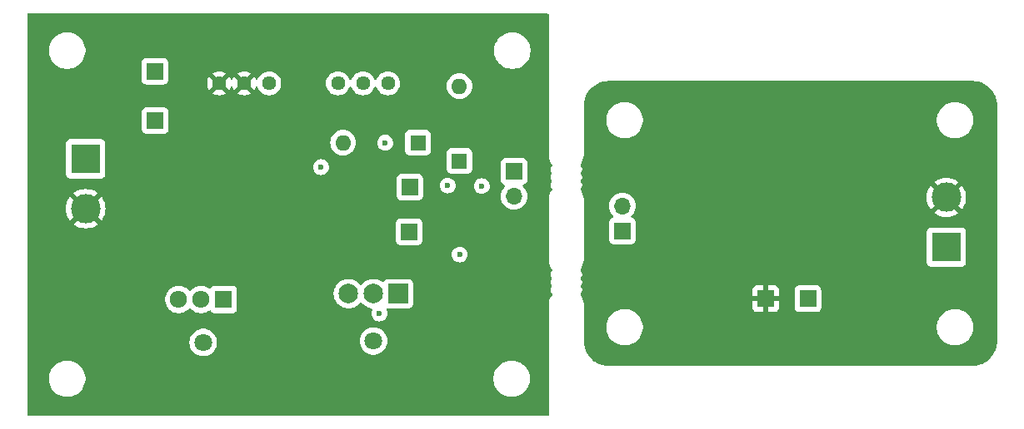
<source format=gbr>
%TF.GenerationSoftware,KiCad,Pcbnew,8.0.6*%
%TF.CreationDate,2025-11-14T22:02:28-06:00*%
%TF.ProjectId,WirelessChargerPCB,57697265-6c65-4737-9343-686172676572,rev?*%
%TF.SameCoordinates,Original*%
%TF.FileFunction,Copper,L2,Inr*%
%TF.FilePolarity,Positive*%
%FSLAX46Y46*%
G04 Gerber Fmt 4.6, Leading zero omitted, Abs format (unit mm)*
G04 Created by KiCad (PCBNEW 8.0.6) date 2025-11-14 22:02:28*
%MOMM*%
%LPD*%
G01*
G04 APERTURE LIST*
%TA.AperFunction,ComponentPad*%
%ADD10R,3.000000X3.000000*%
%TD*%
%TA.AperFunction,ComponentPad*%
%ADD11C,3.000000*%
%TD*%
%TA.AperFunction,ComponentPad*%
%ADD12R,1.700000X1.700000*%
%TD*%
%TA.AperFunction,ComponentPad*%
%ADD13O,1.700000X1.700000*%
%TD*%
%TA.AperFunction,ComponentPad*%
%ADD14O,1.600000X1.600000*%
%TD*%
%TA.AperFunction,ComponentPad*%
%ADD15R,1.600000X1.600000*%
%TD*%
%TA.AperFunction,ComponentPad*%
%ADD16C,1.800000*%
%TD*%
%TA.AperFunction,ComponentPad*%
%ADD17C,1.995000*%
%TD*%
%TA.AperFunction,ComponentPad*%
%ADD18R,1.995000X1.995000*%
%TD*%
%TA.AperFunction,ComponentPad*%
%ADD19C,1.440000*%
%TD*%
%TA.AperFunction,ComponentPad*%
%ADD20O,1.710000X1.800000*%
%TD*%
%TA.AperFunction,ComponentPad*%
%ADD21R,1.710000X1.800000*%
%TD*%
%TA.AperFunction,ViaPad*%
%ADD22C,0.600000*%
%TD*%
G04 APERTURE END LIST*
D10*
%TO.N,Net-(D4-K)*%
%TO.C,J2*%
X189640000Y-102830000D03*
D11*
%TO.N,GND*%
X189640000Y-97750000D03*
%TD*%
D12*
%TO.N,Net-(D3-K)*%
%TO.C,TP4*%
X175570000Y-108070000D03*
%TD*%
%TO.N,Out_Timer*%
%TO.C,TP2*%
X109245000Y-89925000D03*
%TD*%
D11*
%TO.N,+9V*%
%TO.C,J1*%
X102185000Y-98895000D03*
D10*
%TO.N,GND*%
X102185000Y-93815000D03*
%TD*%
D13*
%TO.N,Net-(D2-A)*%
%TO.C,L1*%
X145700000Y-97645000D03*
D12*
%TO.N,Net-(D2-K)*%
X145700000Y-95105000D03*
%TD*%
%TO.N,GND*%
%TO.C,TP5*%
X135045000Y-101245000D03*
%TD*%
D14*
%TO.N,Net-(D2-A)*%
%TO.C,D2*%
X140155000Y-86415000D03*
D15*
%TO.N,Net-(D2-K)*%
X140155000Y-94035000D03*
%TD*%
D16*
%TO.N,N/C*%
%TO.C,REF\u002A\u002A*%
X114125000Y-112515000D03*
%TD*%
D12*
%TO.N,Net-(D2-A)*%
%TO.C,TP3*%
X135115000Y-96685000D03*
%TD*%
D17*
%TO.N,GND*%
%TO.C,Q2*%
X128887500Y-107555000D03*
%TO.N,Net-(D2-A)*%
X131427500Y-107555000D03*
D18*
%TO.N,Net-(Q2-Pad1)*%
X133967500Y-107555000D03*
%TD*%
D16*
%TO.N,N/C*%
%TO.C,REF\u002A\u002A*%
X131435000Y-112365000D03*
%TD*%
D12*
%TO.N,Net-(D5-K)*%
%TO.C,L2*%
X156715000Y-101160000D03*
D13*
%TO.N,Net-(D3-K)*%
X156715000Y-98620000D03*
%TD*%
D12*
%TO.N,GND*%
%TO.C,TP6*%
X171290000Y-108070000D03*
%TD*%
D19*
%TO.N,Net-(D1-A)*%
%TO.C,RV2*%
X127825000Y-86125000D03*
X130365000Y-86125000D03*
%TO.N,Net-(D1-K)*%
X132905000Y-86125000D03*
%TD*%
%TO.N,+9V*%
%TO.C,RV1*%
X115745000Y-86125000D03*
X118285000Y-86125000D03*
%TO.N,Net-(D1-A)*%
X120825000Y-86125000D03*
%TD*%
D12*
%TO.N,GND*%
%TO.C,TP1*%
X109205000Y-84895000D03*
%TD*%
D14*
%TO.N,Net-(D1-A)*%
%TO.C,D1*%
X128335000Y-92175000D03*
D15*
%TO.N,Net-(D1-K)*%
X135955000Y-92175000D03*
%TD*%
D20*
%TO.N,Net-(Q1-B)*%
%TO.C,Q1*%
X111625000Y-108145000D03*
%TO.N,Net-(Q1-C)*%
X113905000Y-108145000D03*
D21*
%TO.N,GND*%
X116185000Y-108145000D03*
%TD*%
D22*
%TO.N,GND*%
X163840000Y-96660000D03*
X138965000Y-96545000D03*
X142435000Y-96605000D03*
%TO.N,+9V*%
X119295000Y-90015000D03*
X114395000Y-97265000D03*
X108765000Y-103045000D03*
X131165000Y-94595000D03*
X125345000Y-90045000D03*
X109115000Y-92415000D03*
%TO.N,Net-(D1-K)*%
X126105000Y-94665000D03*
X132625000Y-92185000D03*
%TO.N,Net-(D2-A)*%
X140185000Y-103565000D03*
X132025000Y-109575000D03*
%TD*%
%TA.AperFunction,Conductor*%
%TO.N,GND*%
G36*
X192303736Y-85890726D02*
G01*
X192593796Y-85908271D01*
X192608659Y-85910076D01*
X192890798Y-85961780D01*
X192905335Y-85965363D01*
X193179172Y-86050695D01*
X193193163Y-86056000D01*
X193454743Y-86173727D01*
X193467989Y-86180680D01*
X193713465Y-86329075D01*
X193725776Y-86337573D01*
X193951573Y-86514473D01*
X193962781Y-86524403D01*
X194165596Y-86727218D01*
X194175526Y-86738426D01*
X194295481Y-86891538D01*
X194352422Y-86964217D01*
X194360928Y-86976540D01*
X194509316Y-87222004D01*
X194516275Y-87235263D01*
X194633997Y-87496831D01*
X194639306Y-87510832D01*
X194724635Y-87784663D01*
X194728219Y-87799201D01*
X194779923Y-88081340D01*
X194781728Y-88096205D01*
X194799274Y-88386263D01*
X194799500Y-88393750D01*
X194799500Y-112386249D01*
X194799274Y-112393736D01*
X194781728Y-112683794D01*
X194779923Y-112698659D01*
X194728219Y-112980798D01*
X194724635Y-112995336D01*
X194639306Y-113269167D01*
X194633997Y-113283168D01*
X194516275Y-113544736D01*
X194509316Y-113557995D01*
X194360928Y-113803459D01*
X194352422Y-113815782D01*
X194175526Y-114041573D01*
X194165596Y-114052781D01*
X193962781Y-114255596D01*
X193951573Y-114265526D01*
X193725782Y-114442422D01*
X193713459Y-114450928D01*
X193467995Y-114599316D01*
X193454736Y-114606275D01*
X193193168Y-114723997D01*
X193179167Y-114729306D01*
X192905336Y-114814635D01*
X192890798Y-114818219D01*
X192608659Y-114869923D01*
X192593794Y-114871728D01*
X192303736Y-114889274D01*
X192296249Y-114889500D01*
X155303751Y-114889500D01*
X155296264Y-114889274D01*
X155006205Y-114871728D01*
X154991340Y-114869923D01*
X154709201Y-114818219D01*
X154694663Y-114814635D01*
X154420832Y-114729306D01*
X154406831Y-114723997D01*
X154145263Y-114606275D01*
X154132004Y-114599316D01*
X153886540Y-114450928D01*
X153874217Y-114442422D01*
X153648426Y-114265526D01*
X153637218Y-114255596D01*
X153434403Y-114052781D01*
X153424473Y-114041573D01*
X153247573Y-113815776D01*
X153239075Y-113803465D01*
X153090680Y-113557989D01*
X153083727Y-113544743D01*
X152966000Y-113283163D01*
X152960693Y-113269167D01*
X152875364Y-112995336D01*
X152871780Y-112980798D01*
X152820076Y-112698659D01*
X152818271Y-112683794D01*
X152800726Y-112393736D01*
X152800500Y-112386249D01*
X152800500Y-110848711D01*
X155099500Y-110848711D01*
X155099500Y-111091288D01*
X155131161Y-111331785D01*
X155193947Y-111566104D01*
X155286773Y-111790205D01*
X155286776Y-111790212D01*
X155408064Y-112000289D01*
X155408066Y-112000292D01*
X155408067Y-112000293D01*
X155555733Y-112192736D01*
X155555739Y-112192743D01*
X155727256Y-112364260D01*
X155727263Y-112364266D01*
X155765669Y-112393736D01*
X155919711Y-112511936D01*
X156129788Y-112633224D01*
X156353900Y-112726054D01*
X156588211Y-112788838D01*
X156768586Y-112812584D01*
X156828711Y-112820500D01*
X156828712Y-112820500D01*
X157071289Y-112820500D01*
X157119388Y-112814167D01*
X157311789Y-112788838D01*
X157546100Y-112726054D01*
X157770212Y-112633224D01*
X157980289Y-112511936D01*
X158172738Y-112364265D01*
X158344265Y-112192738D01*
X158491936Y-112000289D01*
X158613224Y-111790212D01*
X158706054Y-111566100D01*
X158768838Y-111331789D01*
X158800500Y-111091288D01*
X158800500Y-110848712D01*
X158800500Y-110848711D01*
X188669500Y-110848711D01*
X188669500Y-111091288D01*
X188701161Y-111331785D01*
X188763947Y-111566104D01*
X188856773Y-111790205D01*
X188856776Y-111790212D01*
X188978064Y-112000289D01*
X188978066Y-112000292D01*
X188978067Y-112000293D01*
X189125733Y-112192736D01*
X189125739Y-112192743D01*
X189297256Y-112364260D01*
X189297263Y-112364266D01*
X189335669Y-112393736D01*
X189489711Y-112511936D01*
X189699788Y-112633224D01*
X189923900Y-112726054D01*
X190158211Y-112788838D01*
X190338586Y-112812584D01*
X190398711Y-112820500D01*
X190398712Y-112820500D01*
X190641289Y-112820500D01*
X190689388Y-112814167D01*
X190881789Y-112788838D01*
X191116100Y-112726054D01*
X191340212Y-112633224D01*
X191550289Y-112511936D01*
X191742738Y-112364265D01*
X191914265Y-112192738D01*
X192061936Y-112000289D01*
X192183224Y-111790212D01*
X192276054Y-111566100D01*
X192338838Y-111331789D01*
X192370500Y-111091288D01*
X192370500Y-110848712D01*
X192338838Y-110608211D01*
X192276054Y-110373900D01*
X192183224Y-110149788D01*
X192061936Y-109939711D01*
X191914265Y-109747262D01*
X191914260Y-109747256D01*
X191742743Y-109575739D01*
X191742736Y-109575733D01*
X191550293Y-109428067D01*
X191550292Y-109428066D01*
X191550289Y-109428064D01*
X191340212Y-109306776D01*
X191269647Y-109277547D01*
X191116104Y-109213947D01*
X190998944Y-109182554D01*
X190881789Y-109151162D01*
X190881788Y-109151161D01*
X190881785Y-109151161D01*
X190641289Y-109119500D01*
X190641288Y-109119500D01*
X190398712Y-109119500D01*
X190398711Y-109119500D01*
X190158214Y-109151161D01*
X189923895Y-109213947D01*
X189699794Y-109306773D01*
X189699785Y-109306777D01*
X189489706Y-109428067D01*
X189297263Y-109575733D01*
X189297256Y-109575739D01*
X189125739Y-109747256D01*
X189125733Y-109747263D01*
X188978067Y-109939706D01*
X188856777Y-110149785D01*
X188856773Y-110149794D01*
X188763947Y-110373895D01*
X188701161Y-110608214D01*
X188669500Y-110848711D01*
X158800500Y-110848711D01*
X158768838Y-110608211D01*
X158706054Y-110373900D01*
X158613224Y-110149788D01*
X158491936Y-109939711D01*
X158344265Y-109747262D01*
X158344260Y-109747256D01*
X158172743Y-109575739D01*
X158172736Y-109575733D01*
X157980293Y-109428067D01*
X157980292Y-109428066D01*
X157980289Y-109428064D01*
X157770212Y-109306776D01*
X157699647Y-109277547D01*
X157546104Y-109213947D01*
X157428944Y-109182554D01*
X157311789Y-109151162D01*
X157311788Y-109151161D01*
X157311785Y-109151161D01*
X157071289Y-109119500D01*
X157071288Y-109119500D01*
X156828712Y-109119500D01*
X156828711Y-109119500D01*
X156588214Y-109151161D01*
X156353895Y-109213947D01*
X156129794Y-109306773D01*
X156129785Y-109306777D01*
X155919706Y-109428067D01*
X155727263Y-109575733D01*
X155727256Y-109575739D01*
X155555739Y-109747256D01*
X155555733Y-109747263D01*
X155408067Y-109939706D01*
X155286777Y-110149785D01*
X155286773Y-110149794D01*
X155193947Y-110373895D01*
X155131161Y-110608214D01*
X155099500Y-110848711D01*
X152800500Y-110848711D01*
X152800500Y-108573374D01*
X152800500Y-108573371D01*
X152764458Y-108322692D01*
X152693107Y-108079693D01*
X152693106Y-108079691D01*
X152693105Y-108079687D01*
X152587906Y-107849333D01*
X152587893Y-107849310D01*
X152473926Y-107671973D01*
X152454241Y-107604934D01*
X152473926Y-107537894D01*
X152490556Y-107517257D01*
X152530500Y-107477314D01*
X152596392Y-107363186D01*
X152630500Y-107235892D01*
X152630500Y-107172155D01*
X169940000Y-107172155D01*
X169940000Y-107820000D01*
X170856988Y-107820000D01*
X170824075Y-107877007D01*
X170790000Y-108004174D01*
X170790000Y-108135826D01*
X170824075Y-108262993D01*
X170856988Y-108320000D01*
X169940000Y-108320000D01*
X169940000Y-108967844D01*
X169946401Y-109027372D01*
X169946403Y-109027379D01*
X169996645Y-109162086D01*
X169996649Y-109162093D01*
X170082809Y-109277187D01*
X170082812Y-109277190D01*
X170197906Y-109363350D01*
X170197913Y-109363354D01*
X170332620Y-109413596D01*
X170332627Y-109413598D01*
X170392155Y-109419999D01*
X170392172Y-109420000D01*
X171040000Y-109420000D01*
X171040000Y-108503012D01*
X171097007Y-108535925D01*
X171224174Y-108570000D01*
X171355826Y-108570000D01*
X171482993Y-108535925D01*
X171540000Y-108503012D01*
X171540000Y-109420000D01*
X172187828Y-109420000D01*
X172187844Y-109419999D01*
X172247372Y-109413598D01*
X172247379Y-109413596D01*
X172382086Y-109363354D01*
X172382093Y-109363350D01*
X172497187Y-109277190D01*
X172497190Y-109277187D01*
X172583350Y-109162093D01*
X172583354Y-109162086D01*
X172633596Y-109027379D01*
X172633598Y-109027372D01*
X172639999Y-108967844D01*
X172640000Y-108967827D01*
X172640000Y-108320000D01*
X171723012Y-108320000D01*
X171755925Y-108262993D01*
X171790000Y-108135826D01*
X171790000Y-108004174D01*
X171755925Y-107877007D01*
X171723012Y-107820000D01*
X172640000Y-107820000D01*
X172640000Y-107172172D01*
X172639999Y-107172155D01*
X172639997Y-107172135D01*
X174219500Y-107172135D01*
X174219500Y-108967870D01*
X174219501Y-108967876D01*
X174225908Y-109027483D01*
X174276202Y-109162328D01*
X174276206Y-109162335D01*
X174362452Y-109277544D01*
X174362455Y-109277547D01*
X174477664Y-109363793D01*
X174477671Y-109363797D01*
X174612517Y-109414091D01*
X174612516Y-109414091D01*
X174619444Y-109414835D01*
X174672127Y-109420500D01*
X176467872Y-109420499D01*
X176527483Y-109414091D01*
X176662331Y-109363796D01*
X176777546Y-109277546D01*
X176863796Y-109162331D01*
X176914091Y-109027483D01*
X176920500Y-108967873D01*
X176920499Y-107172128D01*
X176914091Y-107112517D01*
X176910955Y-107104110D01*
X176863797Y-106977671D01*
X176863793Y-106977664D01*
X176777547Y-106862455D01*
X176777544Y-106862452D01*
X176662335Y-106776206D01*
X176662328Y-106776202D01*
X176527482Y-106725908D01*
X176527483Y-106725908D01*
X176467883Y-106719501D01*
X176467881Y-106719500D01*
X176467873Y-106719500D01*
X176467864Y-106719500D01*
X174672129Y-106719500D01*
X174672123Y-106719501D01*
X174612516Y-106725908D01*
X174477671Y-106776202D01*
X174477664Y-106776206D01*
X174362455Y-106862452D01*
X174362452Y-106862455D01*
X174276206Y-106977664D01*
X174276202Y-106977671D01*
X174225908Y-107112517D01*
X174222728Y-107142100D01*
X174219501Y-107172123D01*
X174219500Y-107172135D01*
X172639997Y-107172135D01*
X172633598Y-107112627D01*
X172633596Y-107112620D01*
X172583354Y-106977913D01*
X172583350Y-106977906D01*
X172497190Y-106862812D01*
X172497187Y-106862809D01*
X172382093Y-106776649D01*
X172382086Y-106776645D01*
X172247379Y-106726403D01*
X172247372Y-106726401D01*
X172187844Y-106720000D01*
X171540000Y-106720000D01*
X171540000Y-107636988D01*
X171482993Y-107604075D01*
X171355826Y-107570000D01*
X171224174Y-107570000D01*
X171097007Y-107604075D01*
X171040000Y-107636988D01*
X171040000Y-106720000D01*
X170392155Y-106720000D01*
X170332627Y-106726401D01*
X170332620Y-106726403D01*
X170197913Y-106776645D01*
X170197906Y-106776649D01*
X170082812Y-106862809D01*
X170082809Y-106862812D01*
X169996649Y-106977906D01*
X169996645Y-106977913D01*
X169946403Y-107112620D01*
X169946401Y-107112627D01*
X169940000Y-107172155D01*
X152630500Y-107172155D01*
X152630500Y-107104108D01*
X152596392Y-106976814D01*
X152530500Y-106862686D01*
X152525495Y-106857681D01*
X152492010Y-106796358D01*
X152496994Y-106726666D01*
X152525495Y-106682319D01*
X152530500Y-106677314D01*
X152596392Y-106563186D01*
X152630500Y-106435892D01*
X152630500Y-106304108D01*
X152596392Y-106176814D01*
X152530500Y-106062686D01*
X152525495Y-106057681D01*
X152492010Y-105996358D01*
X152496994Y-105926666D01*
X152525495Y-105882319D01*
X152530500Y-105877314D01*
X152596392Y-105763186D01*
X152630500Y-105635892D01*
X152630500Y-105504108D01*
X152596392Y-105376814D01*
X152530500Y-105262686D01*
X152530496Y-105262682D01*
X152490559Y-105222744D01*
X152457075Y-105161421D01*
X152462060Y-105091729D01*
X152473922Y-105068031D01*
X152587900Y-104890678D01*
X152587903Y-104890670D01*
X152587906Y-104890666D01*
X152693105Y-104660312D01*
X152693105Y-104660310D01*
X152693107Y-104660307D01*
X152764458Y-104417308D01*
X152800500Y-104166629D01*
X152800500Y-104040000D01*
X152800500Y-103974108D01*
X152800500Y-98619999D01*
X155359341Y-98619999D01*
X155359341Y-98620000D01*
X155379936Y-98855403D01*
X155379938Y-98855413D01*
X155441094Y-99083655D01*
X155441096Y-99083659D01*
X155441097Y-99083663D01*
X155540965Y-99297830D01*
X155540967Y-99297834D01*
X155649281Y-99452521D01*
X155676501Y-99491396D01*
X155676506Y-99491402D01*
X155798430Y-99613326D01*
X155831915Y-99674649D01*
X155826931Y-99744341D01*
X155785059Y-99800274D01*
X155754083Y-99817189D01*
X155622669Y-99866203D01*
X155622664Y-99866206D01*
X155507455Y-99952452D01*
X155507452Y-99952455D01*
X155421206Y-100067664D01*
X155421202Y-100067671D01*
X155370908Y-100202517D01*
X155364501Y-100262116D01*
X155364501Y-100262123D01*
X155364500Y-100262135D01*
X155364500Y-102057870D01*
X155364501Y-102057876D01*
X155370908Y-102117483D01*
X155421202Y-102252328D01*
X155421206Y-102252335D01*
X155507452Y-102367544D01*
X155507455Y-102367547D01*
X155622664Y-102453793D01*
X155622671Y-102453797D01*
X155757517Y-102504091D01*
X155757516Y-102504091D01*
X155764444Y-102504835D01*
X155817127Y-102510500D01*
X157612872Y-102510499D01*
X157672483Y-102504091D01*
X157807331Y-102453796D01*
X157922546Y-102367546D01*
X158008796Y-102252331D01*
X158059091Y-102117483D01*
X158065500Y-102057873D01*
X158065500Y-101282135D01*
X187639500Y-101282135D01*
X187639500Y-104377870D01*
X187639501Y-104377876D01*
X187645908Y-104437483D01*
X187696202Y-104572328D01*
X187696206Y-104572335D01*
X187782452Y-104687544D01*
X187782455Y-104687547D01*
X187897664Y-104773793D01*
X187897671Y-104773797D01*
X188032517Y-104824091D01*
X188032516Y-104824091D01*
X188039444Y-104824835D01*
X188092127Y-104830500D01*
X191187872Y-104830499D01*
X191247483Y-104824091D01*
X191382331Y-104773796D01*
X191497546Y-104687546D01*
X191583796Y-104572331D01*
X191634091Y-104437483D01*
X191640500Y-104377873D01*
X191640499Y-101282128D01*
X191634091Y-101222517D01*
X191583796Y-101087669D01*
X191583795Y-101087668D01*
X191583793Y-101087664D01*
X191497547Y-100972455D01*
X191497544Y-100972452D01*
X191382335Y-100886206D01*
X191382328Y-100886202D01*
X191247482Y-100835908D01*
X191247483Y-100835908D01*
X191187883Y-100829501D01*
X191187881Y-100829500D01*
X191187873Y-100829500D01*
X191187864Y-100829500D01*
X188092129Y-100829500D01*
X188092123Y-100829501D01*
X188032516Y-100835908D01*
X187897671Y-100886202D01*
X187897664Y-100886206D01*
X187782455Y-100972452D01*
X187782452Y-100972455D01*
X187696206Y-101087664D01*
X187696202Y-101087671D01*
X187645908Y-101222517D01*
X187639501Y-101282116D01*
X187639501Y-101282123D01*
X187639500Y-101282135D01*
X158065500Y-101282135D01*
X158065499Y-100262128D01*
X158059091Y-100202517D01*
X158008796Y-100067669D01*
X158008795Y-100067668D01*
X158008793Y-100067664D01*
X157922547Y-99952455D01*
X157922544Y-99952452D01*
X157807335Y-99866206D01*
X157807328Y-99866202D01*
X157675917Y-99817189D01*
X157619983Y-99775318D01*
X157595566Y-99709853D01*
X157610418Y-99641580D01*
X157631563Y-99613332D01*
X157753495Y-99491401D01*
X157889035Y-99297830D01*
X157988903Y-99083663D01*
X158050063Y-98855408D01*
X158070659Y-98620000D01*
X158050063Y-98384592D01*
X157988903Y-98156337D01*
X157889035Y-97942171D01*
X157806889Y-97824853D01*
X157754475Y-97749998D01*
X187634891Y-97749998D01*
X187634891Y-97750001D01*
X187655300Y-98035362D01*
X187716109Y-98314895D01*
X187816091Y-98582958D01*
X187953191Y-98834038D01*
X187953196Y-98834046D01*
X188059882Y-98976561D01*
X188059883Y-98976562D01*
X188954767Y-98081677D01*
X188966497Y-98109995D01*
X189049670Y-98234472D01*
X189155528Y-98340330D01*
X189280005Y-98423503D01*
X189308320Y-98435231D01*
X188413436Y-99330115D01*
X188555960Y-99436807D01*
X188555961Y-99436808D01*
X188807042Y-99573908D01*
X188807041Y-99573908D01*
X189075104Y-99673890D01*
X189354637Y-99734699D01*
X189639999Y-99755109D01*
X189640001Y-99755109D01*
X189925362Y-99734699D01*
X190204895Y-99673890D01*
X190472958Y-99573908D01*
X190724047Y-99436803D01*
X190866561Y-99330116D01*
X190866562Y-99330115D01*
X189971679Y-98435231D01*
X189999995Y-98423503D01*
X190124472Y-98340330D01*
X190230330Y-98234472D01*
X190313503Y-98109995D01*
X190325231Y-98081678D01*
X191220115Y-98976562D01*
X191220116Y-98976561D01*
X191326803Y-98834047D01*
X191463908Y-98582958D01*
X191563890Y-98314895D01*
X191624699Y-98035362D01*
X191645109Y-97750001D01*
X191645109Y-97749998D01*
X191624699Y-97464637D01*
X191563890Y-97185104D01*
X191463908Y-96917041D01*
X191326808Y-96665961D01*
X191326807Y-96665960D01*
X191220115Y-96523436D01*
X190325231Y-97418320D01*
X190313503Y-97390005D01*
X190230330Y-97265528D01*
X190124472Y-97159670D01*
X189999995Y-97076497D01*
X189971678Y-97064767D01*
X190866562Y-96169883D01*
X190866561Y-96169882D01*
X190724046Y-96063196D01*
X190724038Y-96063191D01*
X190472957Y-95926091D01*
X190472958Y-95926091D01*
X190204895Y-95826109D01*
X189925362Y-95765300D01*
X189640001Y-95744891D01*
X189639999Y-95744891D01*
X189354637Y-95765300D01*
X189075104Y-95826109D01*
X188807041Y-95926091D01*
X188555961Y-96063191D01*
X188555953Y-96063196D01*
X188413437Y-96169882D01*
X188413436Y-96169883D01*
X189308321Y-97064767D01*
X189280005Y-97076497D01*
X189155528Y-97159670D01*
X189049670Y-97265528D01*
X188966497Y-97390005D01*
X188954768Y-97418321D01*
X188059883Y-96523436D01*
X188059882Y-96523437D01*
X187953196Y-96665953D01*
X187953191Y-96665961D01*
X187816091Y-96917041D01*
X187716109Y-97185104D01*
X187655300Y-97464637D01*
X187634891Y-97749998D01*
X157754475Y-97749998D01*
X157753494Y-97748597D01*
X157586402Y-97581506D01*
X157586395Y-97581501D01*
X157392834Y-97445967D01*
X157392830Y-97445965D01*
X157286636Y-97396446D01*
X157178663Y-97346097D01*
X157178659Y-97346096D01*
X157178655Y-97346094D01*
X156950413Y-97284938D01*
X156950403Y-97284936D01*
X156715001Y-97264341D01*
X156714999Y-97264341D01*
X156479596Y-97284936D01*
X156479586Y-97284938D01*
X156251344Y-97346094D01*
X156251335Y-97346098D01*
X156037171Y-97445964D01*
X156037169Y-97445965D01*
X155843597Y-97581505D01*
X155676505Y-97748597D01*
X155540965Y-97942169D01*
X155540964Y-97942171D01*
X155441098Y-98156335D01*
X155441094Y-98156344D01*
X155379938Y-98384586D01*
X155379936Y-98384596D01*
X155359341Y-98619999D01*
X152800500Y-98619999D01*
X152800500Y-97944108D01*
X152800500Y-97883371D01*
X152764458Y-97632692D01*
X152693107Y-97389693D01*
X152693106Y-97389691D01*
X152693105Y-97389687D01*
X152587906Y-97159333D01*
X152587893Y-97159310D01*
X152473926Y-96981973D01*
X152454241Y-96914934D01*
X152473926Y-96847894D01*
X152490556Y-96827257D01*
X152530500Y-96787314D01*
X152596392Y-96673186D01*
X152630500Y-96545892D01*
X152630500Y-96414108D01*
X152596392Y-96286814D01*
X152530500Y-96172686D01*
X152525495Y-96167681D01*
X152492010Y-96106358D01*
X152496994Y-96036666D01*
X152525495Y-95992319D01*
X152530500Y-95987314D01*
X152596392Y-95873186D01*
X152630500Y-95745892D01*
X152630500Y-95614108D01*
X152596392Y-95486814D01*
X152530500Y-95372686D01*
X152525495Y-95367681D01*
X152492010Y-95306358D01*
X152496994Y-95236666D01*
X152525495Y-95192319D01*
X152530500Y-95187314D01*
X152596392Y-95073186D01*
X152630500Y-94945892D01*
X152630500Y-94814108D01*
X152596392Y-94686814D01*
X152530500Y-94572686D01*
X152530496Y-94572682D01*
X152490559Y-94532744D01*
X152457075Y-94471421D01*
X152462060Y-94401729D01*
X152473922Y-94378031D01*
X152587900Y-94200678D01*
X152587903Y-94200670D01*
X152587906Y-94200666D01*
X152693105Y-93970312D01*
X152693105Y-93970310D01*
X152693107Y-93970307D01*
X152764458Y-93727308D01*
X152800500Y-93476629D01*
X152800500Y-93350000D01*
X152800500Y-93284108D01*
X152800500Y-89758711D01*
X155099500Y-89758711D01*
X155099500Y-90001288D01*
X155131161Y-90241785D01*
X155193947Y-90476104D01*
X155282631Y-90690205D01*
X155286776Y-90700212D01*
X155408064Y-90910289D01*
X155408066Y-90910292D01*
X155408067Y-90910293D01*
X155555733Y-91102736D01*
X155555739Y-91102743D01*
X155727256Y-91274260D01*
X155727262Y-91274265D01*
X155919711Y-91421936D01*
X156129788Y-91543224D01*
X156353900Y-91636054D01*
X156588211Y-91698838D01*
X156752753Y-91720500D01*
X156828711Y-91730500D01*
X156828712Y-91730500D01*
X157071289Y-91730500D01*
X157119388Y-91724167D01*
X157311789Y-91698838D01*
X157546100Y-91636054D01*
X157770212Y-91543224D01*
X157980289Y-91421936D01*
X158172738Y-91274265D01*
X158344265Y-91102738D01*
X158491936Y-90910289D01*
X158613224Y-90700212D01*
X158706054Y-90476100D01*
X158768838Y-90241789D01*
X158800500Y-90001288D01*
X158800500Y-89758712D01*
X158799183Y-89748712D01*
X158799183Y-89748711D01*
X188669500Y-89748711D01*
X188669500Y-89991288D01*
X188670816Y-90001288D01*
X188701162Y-90231789D01*
X188703842Y-90241789D01*
X188763947Y-90466104D01*
X188856773Y-90690205D01*
X188856777Y-90690214D01*
X188862551Y-90700214D01*
X188978064Y-90900289D01*
X188978066Y-90900292D01*
X188978067Y-90900293D01*
X189125733Y-91092736D01*
X189125739Y-91092743D01*
X189297256Y-91264260D01*
X189297263Y-91264266D01*
X189410321Y-91351018D01*
X189489711Y-91411936D01*
X189699788Y-91533224D01*
X189923900Y-91626054D01*
X190158211Y-91688838D01*
X190338586Y-91712584D01*
X190398711Y-91720500D01*
X190398712Y-91720500D01*
X190641289Y-91720500D01*
X190689388Y-91714167D01*
X190881789Y-91688838D01*
X191116100Y-91626054D01*
X191340212Y-91533224D01*
X191550289Y-91411936D01*
X191742738Y-91264265D01*
X191914265Y-91092738D01*
X192061936Y-90900289D01*
X192183224Y-90690212D01*
X192276054Y-90466100D01*
X192338838Y-90231789D01*
X192370500Y-89991288D01*
X192370500Y-89748712D01*
X192338838Y-89508211D01*
X192276054Y-89273900D01*
X192183224Y-89049788D01*
X192061936Y-88839711D01*
X191914265Y-88647262D01*
X191914260Y-88647256D01*
X191742743Y-88475739D01*
X191742736Y-88475733D01*
X191550293Y-88328067D01*
X191550292Y-88328066D01*
X191550289Y-88328064D01*
X191340212Y-88206776D01*
X191340205Y-88206773D01*
X191116104Y-88113947D01*
X190881785Y-88051161D01*
X190641289Y-88019500D01*
X190641288Y-88019500D01*
X190398712Y-88019500D01*
X190398711Y-88019500D01*
X190158214Y-88051161D01*
X189923895Y-88113947D01*
X189699794Y-88206773D01*
X189699785Y-88206777D01*
X189489706Y-88328067D01*
X189297263Y-88475733D01*
X189297256Y-88475739D01*
X189125739Y-88647256D01*
X189125733Y-88647263D01*
X188978067Y-88839706D01*
X188978064Y-88839710D01*
X188978064Y-88839711D01*
X188961817Y-88867851D01*
X188856777Y-89049785D01*
X188856773Y-89049794D01*
X188763947Y-89273895D01*
X188701161Y-89508214D01*
X188669500Y-89748711D01*
X158799183Y-89748711D01*
X158768838Y-89518214D01*
X158768838Y-89518211D01*
X158706054Y-89283900D01*
X158613224Y-89059788D01*
X158491936Y-88849711D01*
X158344265Y-88657262D01*
X158344260Y-88657256D01*
X158172743Y-88485739D01*
X158172736Y-88485733D01*
X157980293Y-88338067D01*
X157980292Y-88338066D01*
X157980289Y-88338064D01*
X157770212Y-88216776D01*
X157770205Y-88216773D01*
X157546104Y-88123947D01*
X157311785Y-88061161D01*
X157071289Y-88029500D01*
X157071288Y-88029500D01*
X156828712Y-88029500D01*
X156828711Y-88029500D01*
X156588214Y-88061161D01*
X156353895Y-88123947D01*
X156129794Y-88216773D01*
X156129785Y-88216777D01*
X155919706Y-88338067D01*
X155727263Y-88485733D01*
X155727256Y-88485739D01*
X155555739Y-88657256D01*
X155555733Y-88657263D01*
X155408067Y-88849706D01*
X155286777Y-89059785D01*
X155286773Y-89059794D01*
X155193947Y-89283895D01*
X155131161Y-89518214D01*
X155099500Y-89758711D01*
X152800500Y-89758711D01*
X152800500Y-88393750D01*
X152800726Y-88386263D01*
X152803641Y-88338067D01*
X152818271Y-88096201D01*
X152820076Y-88081340D01*
X152825607Y-88051162D01*
X152871780Y-87799197D01*
X152875364Y-87784663D01*
X152952096Y-87538422D01*
X152960696Y-87510822D01*
X152965998Y-87496841D01*
X153083731Y-87235249D01*
X153090676Y-87222016D01*
X153239080Y-86976526D01*
X153247567Y-86964230D01*
X153424480Y-86738417D01*
X153434395Y-86727226D01*
X153637226Y-86524395D01*
X153648417Y-86514480D01*
X153874230Y-86337567D01*
X153886526Y-86329080D01*
X154132016Y-86180676D01*
X154145249Y-86173731D01*
X154406841Y-86055998D01*
X154420822Y-86050696D01*
X154694668Y-85965362D01*
X154709197Y-85961780D01*
X154991344Y-85910075D01*
X155006201Y-85908271D01*
X155296264Y-85890726D01*
X155303751Y-85890500D01*
X155365892Y-85890500D01*
X192234108Y-85890500D01*
X192296249Y-85890500D01*
X192303736Y-85890726D01*
G37*
%TD.AperFunction*%
%TD*%
%TA.AperFunction,Conductor*%
%TO.N,+9V*%
G36*
X149140381Y-79025037D02*
G01*
X149207406Y-79044771D01*
X149253121Y-79097609D01*
X149264289Y-79149079D01*
X149259524Y-93276006D01*
X149259500Y-93276390D01*
X149259500Y-93350042D01*
X149259475Y-93423639D01*
X149259500Y-93424018D01*
X149259500Y-93476627D01*
X149295541Y-93727303D01*
X149295543Y-93727313D01*
X149366894Y-93970312D01*
X149472093Y-94200666D01*
X149472100Y-94200679D01*
X149586074Y-94378026D01*
X149605758Y-94445065D01*
X149586073Y-94512105D01*
X149569440Y-94532745D01*
X149529503Y-94572682D01*
X149529500Y-94572686D01*
X149463608Y-94686812D01*
X149429500Y-94814108D01*
X149429500Y-94945891D01*
X149463608Y-95073187D01*
X149480778Y-95102926D01*
X149529500Y-95187314D01*
X149529502Y-95187316D01*
X149534505Y-95192319D01*
X149567990Y-95253642D01*
X149563006Y-95323334D01*
X149534505Y-95367681D01*
X149529502Y-95372683D01*
X149529500Y-95372686D01*
X149463608Y-95486812D01*
X149435244Y-95592671D01*
X149429500Y-95614108D01*
X149429500Y-95745892D01*
X149433182Y-95759632D01*
X149463608Y-95873187D01*
X149496554Y-95930250D01*
X149529500Y-95987314D01*
X149529502Y-95987316D01*
X149534505Y-95992319D01*
X149567990Y-96053642D01*
X149563006Y-96123334D01*
X149534505Y-96167681D01*
X149529502Y-96172683D01*
X149529500Y-96172686D01*
X149463608Y-96286812D01*
X149429500Y-96414108D01*
X149429500Y-96545892D01*
X149441413Y-96590351D01*
X149463608Y-96673187D01*
X149468443Y-96681561D01*
X149529500Y-96787314D01*
X149529503Y-96787317D01*
X149569440Y-96827255D01*
X149602924Y-96888578D01*
X149597939Y-96958270D01*
X149586074Y-96981974D01*
X149472100Y-97159320D01*
X149472093Y-97159333D01*
X149366894Y-97389687D01*
X149295543Y-97632686D01*
X149295541Y-97632696D01*
X149259500Y-97883372D01*
X149259500Y-104166627D01*
X149295541Y-104417303D01*
X149295543Y-104417313D01*
X149366894Y-104660312D01*
X149472093Y-104890666D01*
X149472100Y-104890679D01*
X149586074Y-105068026D01*
X149605758Y-105135065D01*
X149586073Y-105202105D01*
X149569440Y-105222745D01*
X149529503Y-105262682D01*
X149529500Y-105262686D01*
X149463608Y-105376812D01*
X149429500Y-105504108D01*
X149429500Y-105635891D01*
X149463608Y-105763187D01*
X149470391Y-105774935D01*
X149529500Y-105877314D01*
X149529502Y-105877316D01*
X149534505Y-105882319D01*
X149567990Y-105943642D01*
X149563006Y-106013334D01*
X149534505Y-106057681D01*
X149529502Y-106062683D01*
X149529500Y-106062686D01*
X149463608Y-106176812D01*
X149431504Y-106296628D01*
X149429500Y-106304108D01*
X149429500Y-106435892D01*
X149433285Y-106450017D01*
X149463608Y-106563187D01*
X149490477Y-106609725D01*
X149529500Y-106677314D01*
X149529502Y-106677316D01*
X149534505Y-106682319D01*
X149567990Y-106743642D01*
X149563006Y-106813334D01*
X149534505Y-106857681D01*
X149529502Y-106862683D01*
X149529500Y-106862686D01*
X149463608Y-106976812D01*
X149429500Y-107104108D01*
X149429500Y-107235892D01*
X149439585Y-107273529D01*
X149463608Y-107363187D01*
X149496554Y-107420250D01*
X149529500Y-107477314D01*
X149529503Y-107477317D01*
X149569440Y-107517255D01*
X149602924Y-107578578D01*
X149597939Y-107648270D01*
X149586074Y-107671974D01*
X149472100Y-107849320D01*
X149472093Y-107849333D01*
X149366894Y-108079687D01*
X149295543Y-108322686D01*
X149295541Y-108322696D01*
X149259500Y-108573372D01*
X149259500Y-108699999D01*
X149254764Y-119870090D01*
X149235051Y-119937121D01*
X149182228Y-119982853D01*
X149130672Y-119994037D01*
X96379555Y-119954961D01*
X96312530Y-119935227D01*
X96266815Y-119882389D01*
X96255647Y-119830933D01*
X96256540Y-116083711D01*
X98454500Y-116083711D01*
X98454500Y-116326288D01*
X98486161Y-116566785D01*
X98548947Y-116801104D01*
X98641773Y-117025205D01*
X98641776Y-117025212D01*
X98763064Y-117235289D01*
X98763066Y-117235292D01*
X98763067Y-117235293D01*
X98910733Y-117427736D01*
X98910739Y-117427743D01*
X99082256Y-117599260D01*
X99082262Y-117599265D01*
X99274711Y-117746936D01*
X99484788Y-117868224D01*
X99708900Y-117961054D01*
X99943211Y-118023838D01*
X100123586Y-118047584D01*
X100183711Y-118055500D01*
X100183712Y-118055500D01*
X100426289Y-118055500D01*
X100474388Y-118049167D01*
X100666789Y-118023838D01*
X100901100Y-117961054D01*
X101125212Y-117868224D01*
X101335289Y-117746936D01*
X101527738Y-117599265D01*
X101699265Y-117427738D01*
X101846936Y-117235289D01*
X101968224Y-117025212D01*
X102061054Y-116801100D01*
X102123838Y-116566789D01*
X102155500Y-116326288D01*
X102155500Y-116083712D01*
X102155500Y-116083711D01*
X143614500Y-116083711D01*
X143614500Y-116326288D01*
X143646161Y-116566785D01*
X143708947Y-116801104D01*
X143801773Y-117025205D01*
X143801776Y-117025212D01*
X143923064Y-117235289D01*
X143923066Y-117235292D01*
X143923067Y-117235293D01*
X144070733Y-117427736D01*
X144070739Y-117427743D01*
X144242256Y-117599260D01*
X144242262Y-117599265D01*
X144434711Y-117746936D01*
X144644788Y-117868224D01*
X144868900Y-117961054D01*
X145103211Y-118023838D01*
X145283586Y-118047584D01*
X145343711Y-118055500D01*
X145343712Y-118055500D01*
X145586289Y-118055500D01*
X145634388Y-118049167D01*
X145826789Y-118023838D01*
X146061100Y-117961054D01*
X146285212Y-117868224D01*
X146495289Y-117746936D01*
X146687738Y-117599265D01*
X146859265Y-117427738D01*
X147006936Y-117235289D01*
X147128224Y-117025212D01*
X147221054Y-116801100D01*
X147283838Y-116566789D01*
X147315500Y-116326288D01*
X147315500Y-116083712D01*
X147283838Y-115843211D01*
X147221054Y-115608900D01*
X147128224Y-115384788D01*
X147006936Y-115174711D01*
X146859265Y-114982262D01*
X146859260Y-114982256D01*
X146687743Y-114810739D01*
X146687736Y-114810733D01*
X146495293Y-114663067D01*
X146495292Y-114663066D01*
X146495289Y-114663064D01*
X146285212Y-114541776D01*
X146285205Y-114541773D01*
X146061104Y-114448947D01*
X145826785Y-114386161D01*
X145586289Y-114354500D01*
X145586288Y-114354500D01*
X145343712Y-114354500D01*
X145343711Y-114354500D01*
X145103214Y-114386161D01*
X144868895Y-114448947D01*
X144644794Y-114541773D01*
X144644785Y-114541777D01*
X144434706Y-114663067D01*
X144242263Y-114810733D01*
X144242256Y-114810739D01*
X144070739Y-114982256D01*
X144070733Y-114982263D01*
X143923067Y-115174706D01*
X143801777Y-115384785D01*
X143801773Y-115384794D01*
X143708947Y-115608895D01*
X143646161Y-115843214D01*
X143614500Y-116083711D01*
X102155500Y-116083711D01*
X102123838Y-115843211D01*
X102061054Y-115608900D01*
X101968224Y-115384788D01*
X101846936Y-115174711D01*
X101699265Y-114982262D01*
X101699260Y-114982256D01*
X101527743Y-114810739D01*
X101527736Y-114810733D01*
X101335293Y-114663067D01*
X101335292Y-114663066D01*
X101335289Y-114663064D01*
X101125212Y-114541776D01*
X101125205Y-114541773D01*
X100901104Y-114448947D01*
X100666785Y-114386161D01*
X100426289Y-114354500D01*
X100426288Y-114354500D01*
X100183712Y-114354500D01*
X100183711Y-114354500D01*
X99943214Y-114386161D01*
X99708895Y-114448947D01*
X99484794Y-114541773D01*
X99484785Y-114541777D01*
X99274706Y-114663067D01*
X99082263Y-114810733D01*
X99082256Y-114810739D01*
X98910739Y-114982256D01*
X98910733Y-114982263D01*
X98763067Y-115174706D01*
X98641777Y-115384785D01*
X98641773Y-115384794D01*
X98548947Y-115608895D01*
X98486161Y-115843214D01*
X98454500Y-116083711D01*
X96256540Y-116083711D01*
X96257390Y-112514993D01*
X112719700Y-112514993D01*
X112719700Y-112515006D01*
X112738864Y-112746297D01*
X112738866Y-112746308D01*
X112795842Y-112971300D01*
X112889075Y-113183848D01*
X113016016Y-113378147D01*
X113016019Y-113378151D01*
X113016021Y-113378153D01*
X113173216Y-113548913D01*
X113173219Y-113548915D01*
X113173222Y-113548918D01*
X113356365Y-113691464D01*
X113356371Y-113691468D01*
X113356374Y-113691470D01*
X113468591Y-113752199D01*
X113543829Y-113792916D01*
X113560497Y-113801936D01*
X113674487Y-113841068D01*
X113780015Y-113877297D01*
X113780017Y-113877297D01*
X113780019Y-113877298D01*
X114008951Y-113915500D01*
X114008952Y-113915500D01*
X114241048Y-113915500D01*
X114241049Y-113915500D01*
X114469981Y-113877298D01*
X114689503Y-113801936D01*
X114893626Y-113691470D01*
X114944420Y-113651936D01*
X114955129Y-113643600D01*
X115076784Y-113548913D01*
X115233979Y-113378153D01*
X115360924Y-113183849D01*
X115454157Y-112971300D01*
X115511134Y-112746305D01*
X115530300Y-112515000D01*
X115530300Y-112514993D01*
X115517871Y-112364993D01*
X130029700Y-112364993D01*
X130029700Y-112365006D01*
X130048864Y-112596297D01*
X130048866Y-112596308D01*
X130105842Y-112821300D01*
X130199075Y-113033848D01*
X130326016Y-113228147D01*
X130326019Y-113228151D01*
X130326021Y-113228153D01*
X130483216Y-113398913D01*
X130483219Y-113398915D01*
X130483222Y-113398918D01*
X130666365Y-113541464D01*
X130666371Y-113541468D01*
X130666374Y-113541470D01*
X130870497Y-113651936D01*
X130984487Y-113691068D01*
X131090015Y-113727297D01*
X131090017Y-113727297D01*
X131090019Y-113727298D01*
X131318951Y-113765500D01*
X131318952Y-113765500D01*
X131551048Y-113765500D01*
X131551049Y-113765500D01*
X131779981Y-113727298D01*
X131999503Y-113651936D01*
X132203626Y-113541470D01*
X132386784Y-113398913D01*
X132543979Y-113228153D01*
X132670924Y-113033849D01*
X132764157Y-112821300D01*
X132821134Y-112596305D01*
X132821135Y-112596297D01*
X132840300Y-112365006D01*
X132840300Y-112364993D01*
X132821135Y-112133702D01*
X132821133Y-112133691D01*
X132764157Y-111908699D01*
X132670924Y-111696151D01*
X132543983Y-111501852D01*
X132543980Y-111501849D01*
X132543979Y-111501847D01*
X132386784Y-111331087D01*
X132386779Y-111331083D01*
X132386777Y-111331081D01*
X132203634Y-111188535D01*
X132203628Y-111188531D01*
X131999504Y-111078064D01*
X131999495Y-111078061D01*
X131779984Y-111002702D01*
X131608282Y-110974050D01*
X131551049Y-110964500D01*
X131318951Y-110964500D01*
X131273164Y-110972140D01*
X131090015Y-111002702D01*
X130870504Y-111078061D01*
X130870495Y-111078064D01*
X130666371Y-111188531D01*
X130666365Y-111188535D01*
X130483222Y-111331081D01*
X130483219Y-111331084D01*
X130483216Y-111331086D01*
X130483216Y-111331087D01*
X130476360Y-111338535D01*
X130326016Y-111501852D01*
X130199075Y-111696151D01*
X130105842Y-111908699D01*
X130048866Y-112133691D01*
X130048864Y-112133702D01*
X130029700Y-112364993D01*
X115517871Y-112364993D01*
X115511135Y-112283702D01*
X115511133Y-112283691D01*
X115454157Y-112058699D01*
X115360924Y-111846151D01*
X115233983Y-111651852D01*
X115233980Y-111651849D01*
X115233979Y-111651847D01*
X115076784Y-111481087D01*
X115076779Y-111481083D01*
X115076777Y-111481081D01*
X114893634Y-111338535D01*
X114893628Y-111338531D01*
X114689504Y-111228064D01*
X114689495Y-111228061D01*
X114469984Y-111152702D01*
X114298282Y-111124050D01*
X114241049Y-111114500D01*
X114008951Y-111114500D01*
X113963164Y-111122140D01*
X113780015Y-111152702D01*
X113560504Y-111228061D01*
X113560495Y-111228064D01*
X113356371Y-111338531D01*
X113356365Y-111338535D01*
X113173222Y-111481081D01*
X113173219Y-111481084D01*
X113016016Y-111651852D01*
X112889075Y-111846151D01*
X112795842Y-112058699D01*
X112738866Y-112283691D01*
X112738864Y-112283702D01*
X112719700Y-112514993D01*
X96257390Y-112514993D01*
X96258467Y-107993320D01*
X110269500Y-107993320D01*
X110269500Y-108296679D01*
X110302877Y-108507414D01*
X110368810Y-108710335D01*
X110439572Y-108849211D01*
X110465673Y-108900437D01*
X110591083Y-109073049D01*
X110741951Y-109223917D01*
X110914563Y-109349327D01*
X111004379Y-109395090D01*
X111104664Y-109446189D01*
X111104666Y-109446189D01*
X111104669Y-109446191D01*
X111307586Y-109512123D01*
X111518320Y-109545500D01*
X111518321Y-109545500D01*
X111731679Y-109545500D01*
X111731680Y-109545500D01*
X111942414Y-109512123D01*
X112145331Y-109446191D01*
X112335437Y-109349327D01*
X112508049Y-109223917D01*
X112658917Y-109073049D01*
X112664683Y-109065112D01*
X112720011Y-109022448D01*
X112789624Y-109016469D01*
X112851420Y-109049074D01*
X112865312Y-109065106D01*
X112871083Y-109073049D01*
X113021951Y-109223917D01*
X113194563Y-109349327D01*
X113284379Y-109395090D01*
X113384664Y-109446189D01*
X113384666Y-109446189D01*
X113384669Y-109446191D01*
X113587586Y-109512123D01*
X113798320Y-109545500D01*
X113798321Y-109545500D01*
X114011679Y-109545500D01*
X114011680Y-109545500D01*
X114222414Y-109512123D01*
X114425331Y-109446191D01*
X114615437Y-109349327D01*
X114721984Y-109271915D01*
X114787787Y-109248437D01*
X114855841Y-109264262D01*
X114894133Y-109297924D01*
X114972452Y-109402544D01*
X114972455Y-109402547D01*
X115087664Y-109488793D01*
X115087671Y-109488797D01*
X115222517Y-109539091D01*
X115222516Y-109539091D01*
X115229444Y-109539835D01*
X115282127Y-109545500D01*
X117087872Y-109545499D01*
X117147483Y-109539091D01*
X117282331Y-109488796D01*
X117397546Y-109402546D01*
X117483796Y-109287331D01*
X117534091Y-109152483D01*
X117540500Y-109092873D01*
X117540499Y-107554994D01*
X127384366Y-107554994D01*
X127384366Y-107555005D01*
X127404866Y-107802404D01*
X127465809Y-108043065D01*
X127565533Y-108270414D01*
X127683064Y-108450307D01*
X127701316Y-108478244D01*
X127869455Y-108660892D01*
X128065364Y-108813373D01*
X128253152Y-108914999D01*
X128275397Y-108927038D01*
X128283698Y-108931530D01*
X128518502Y-109012138D01*
X128763372Y-109053000D01*
X128763373Y-109053000D01*
X129011627Y-109053000D01*
X129011628Y-109053000D01*
X129256498Y-109012138D01*
X129491302Y-108931530D01*
X129709636Y-108813373D01*
X129905545Y-108660892D01*
X130066271Y-108486296D01*
X130126157Y-108450307D01*
X130195995Y-108452407D01*
X130248728Y-108486295D01*
X130409455Y-108660892D01*
X130605364Y-108813373D01*
X130793152Y-108914999D01*
X130815397Y-108927038D01*
X130823698Y-108931530D01*
X130863471Y-108945184D01*
X131058500Y-109012138D01*
X131139340Y-109025627D01*
X131214060Y-109038096D01*
X131276946Y-109068546D01*
X131313385Y-109128161D01*
X131311810Y-109198013D01*
X131302022Y-109219104D01*
X131302231Y-109219205D01*
X131299213Y-109225470D01*
X131239631Y-109395745D01*
X131239630Y-109395750D01*
X131219435Y-109574996D01*
X131219435Y-109575003D01*
X131239630Y-109754249D01*
X131239631Y-109754254D01*
X131299211Y-109924523D01*
X131395184Y-110077262D01*
X131522738Y-110204816D01*
X131675478Y-110300789D01*
X131845745Y-110360368D01*
X131845750Y-110360369D01*
X132024996Y-110380565D01*
X132025000Y-110380565D01*
X132025004Y-110380565D01*
X132204249Y-110360369D01*
X132204252Y-110360368D01*
X132204255Y-110360368D01*
X132374522Y-110300789D01*
X132527262Y-110204816D01*
X132654816Y-110077262D01*
X132750789Y-109924522D01*
X132810368Y-109754255D01*
X132810369Y-109754249D01*
X132830565Y-109575003D01*
X132830565Y-109574996D01*
X132810369Y-109395750D01*
X132810368Y-109395745D01*
X132750790Y-109225481D01*
X132750605Y-109225097D01*
X132750559Y-109224823D01*
X132748489Y-109218905D01*
X132749525Y-109218542D01*
X132739246Y-109156157D01*
X132766962Y-109092019D01*
X132824954Y-109053048D01*
X132875576Y-109047995D01*
X132922127Y-109053000D01*
X135012872Y-109052999D01*
X135072483Y-109046591D01*
X135207331Y-108996296D01*
X135322546Y-108910046D01*
X135408796Y-108794831D01*
X135459091Y-108659983D01*
X135465500Y-108600373D01*
X135465499Y-106509628D01*
X135459091Y-106450017D01*
X135458751Y-106449106D01*
X135408797Y-106315171D01*
X135408793Y-106315164D01*
X135322547Y-106199955D01*
X135322544Y-106199952D01*
X135207335Y-106113706D01*
X135207328Y-106113702D01*
X135072482Y-106063408D01*
X135072483Y-106063408D01*
X135012883Y-106057001D01*
X135012881Y-106057000D01*
X135012873Y-106057000D01*
X135012864Y-106057000D01*
X132922129Y-106057000D01*
X132922123Y-106057001D01*
X132862516Y-106063408D01*
X132727671Y-106113702D01*
X132727664Y-106113706D01*
X132612455Y-106199952D01*
X132612452Y-106199955D01*
X132526206Y-106315164D01*
X132521953Y-106322954D01*
X132519285Y-106321497D01*
X132486480Y-106365299D01*
X132421010Y-106389701D01*
X132352740Y-106374834D01*
X132336030Y-106363869D01*
X132249637Y-106296628D01*
X132249636Y-106296627D01*
X132148344Y-106241810D01*
X132031303Y-106178470D01*
X132031297Y-106178468D01*
X131796500Y-106097862D01*
X131633251Y-106070620D01*
X131551628Y-106057000D01*
X131303372Y-106057000D01*
X131242154Y-106067215D01*
X131058499Y-106097862D01*
X130823702Y-106178468D01*
X130823696Y-106178470D01*
X130605362Y-106296628D01*
X130409457Y-106449106D01*
X130248730Y-106623702D01*
X130188843Y-106659693D01*
X130119004Y-106657592D01*
X130066270Y-106623702D01*
X130041136Y-106596399D01*
X129905545Y-106449108D01*
X129709636Y-106296627D01*
X129608344Y-106241810D01*
X129491303Y-106178470D01*
X129491297Y-106178468D01*
X129256500Y-106097862D01*
X129093251Y-106070620D01*
X129011628Y-106057000D01*
X128763372Y-106057000D01*
X128702154Y-106067215D01*
X128518499Y-106097862D01*
X128283702Y-106178468D01*
X128283696Y-106178470D01*
X128065362Y-106296628D01*
X127869457Y-106449106D01*
X127701317Y-106631754D01*
X127701314Y-106631758D01*
X127565533Y-106839585D01*
X127465809Y-107066934D01*
X127404866Y-107307595D01*
X127384366Y-107554994D01*
X117540499Y-107554994D01*
X117540499Y-107197128D01*
X117534091Y-107137517D01*
X117521630Y-107104108D01*
X117483797Y-107002671D01*
X117483793Y-107002664D01*
X117397547Y-106887455D01*
X117397544Y-106887452D01*
X117282335Y-106801206D01*
X117282328Y-106801202D01*
X117147482Y-106750908D01*
X117147483Y-106750908D01*
X117087883Y-106744501D01*
X117087881Y-106744500D01*
X117087873Y-106744500D01*
X117087864Y-106744500D01*
X115282129Y-106744500D01*
X115282123Y-106744501D01*
X115222516Y-106750908D01*
X115087671Y-106801202D01*
X115087664Y-106801206D01*
X114972455Y-106887452D01*
X114894133Y-106992076D01*
X114838199Y-107033946D01*
X114768507Y-107038930D01*
X114721981Y-107018082D01*
X114691103Y-106995648D01*
X114615437Y-106940673D01*
X114606305Y-106936020D01*
X114425335Y-106843810D01*
X114222414Y-106777877D01*
X114011680Y-106744500D01*
X113798320Y-106744500D01*
X113700173Y-106760045D01*
X113587585Y-106777877D01*
X113384664Y-106843810D01*
X113194562Y-106940673D01*
X113123813Y-106992076D01*
X113021951Y-107066083D01*
X113021949Y-107066085D01*
X113021948Y-107066085D01*
X112871085Y-107216948D01*
X112865316Y-107224889D01*
X112809984Y-107267553D01*
X112740371Y-107273529D01*
X112678577Y-107240922D01*
X112664684Y-107224889D01*
X112658917Y-107216951D01*
X112508049Y-107066083D01*
X112335437Y-106940673D01*
X112326305Y-106936020D01*
X112145335Y-106843810D01*
X111942414Y-106777877D01*
X111731680Y-106744500D01*
X111518320Y-106744500D01*
X111420173Y-106760045D01*
X111307585Y-106777877D01*
X111104664Y-106843810D01*
X110914562Y-106940673D01*
X110843813Y-106992076D01*
X110741951Y-107066083D01*
X110741949Y-107066085D01*
X110741948Y-107066085D01*
X110591085Y-107216948D01*
X110591085Y-107216949D01*
X110591083Y-107216951D01*
X110549977Y-107273529D01*
X110465673Y-107389562D01*
X110368810Y-107579664D01*
X110302877Y-107782585D01*
X110269500Y-107993320D01*
X96258467Y-107993320D01*
X96259522Y-103564996D01*
X139379435Y-103564996D01*
X139379435Y-103565003D01*
X139399630Y-103744249D01*
X139399631Y-103744254D01*
X139459211Y-103914523D01*
X139496651Y-103974108D01*
X139555184Y-104067262D01*
X139682738Y-104194816D01*
X139835478Y-104290789D01*
X139933245Y-104324999D01*
X140005745Y-104350368D01*
X140005750Y-104350369D01*
X140184996Y-104370565D01*
X140185000Y-104370565D01*
X140185004Y-104370565D01*
X140364249Y-104350369D01*
X140364252Y-104350368D01*
X140364255Y-104350368D01*
X140534522Y-104290789D01*
X140687262Y-104194816D01*
X140814816Y-104067262D01*
X140910789Y-103914522D01*
X140970368Y-103744255D01*
X140990565Y-103565000D01*
X140970368Y-103385745D01*
X140910789Y-103215478D01*
X140814816Y-103062738D01*
X140687262Y-102935184D01*
X140534523Y-102839211D01*
X140364254Y-102779631D01*
X140364249Y-102779630D01*
X140185004Y-102759435D01*
X140184996Y-102759435D01*
X140005750Y-102779630D01*
X140005745Y-102779631D01*
X139835476Y-102839211D01*
X139682737Y-102935184D01*
X139555184Y-103062737D01*
X139459211Y-103215476D01*
X139399631Y-103385745D01*
X139399630Y-103385750D01*
X139379435Y-103564996D01*
X96259522Y-103564996D01*
X96260635Y-98894998D01*
X100179891Y-98894998D01*
X100179891Y-98895001D01*
X100200300Y-99180362D01*
X100261109Y-99459895D01*
X100361091Y-99727958D01*
X100498191Y-99979038D01*
X100498196Y-99979046D01*
X100604882Y-100121561D01*
X100604883Y-100121562D01*
X101499767Y-99226677D01*
X101511497Y-99254995D01*
X101594670Y-99379472D01*
X101700528Y-99485330D01*
X101825005Y-99568503D01*
X101853320Y-99580231D01*
X100958436Y-100475115D01*
X101100960Y-100581807D01*
X101100961Y-100581808D01*
X101352042Y-100718908D01*
X101352041Y-100718908D01*
X101620104Y-100818890D01*
X101899637Y-100879699D01*
X102184999Y-100900109D01*
X102185001Y-100900109D01*
X102470362Y-100879699D01*
X102749895Y-100818890D01*
X103017958Y-100718908D01*
X103269047Y-100581803D01*
X103411561Y-100475116D01*
X103411562Y-100475115D01*
X103283582Y-100347135D01*
X133694500Y-100347135D01*
X133694500Y-102142870D01*
X133694501Y-102142876D01*
X133700908Y-102202483D01*
X133751202Y-102337328D01*
X133751206Y-102337335D01*
X133837452Y-102452544D01*
X133837455Y-102452547D01*
X133952664Y-102538793D01*
X133952671Y-102538797D01*
X134087517Y-102589091D01*
X134087516Y-102589091D01*
X134094444Y-102589835D01*
X134147127Y-102595500D01*
X135942872Y-102595499D01*
X136002483Y-102589091D01*
X136137331Y-102538796D01*
X136252546Y-102452546D01*
X136338796Y-102337331D01*
X136389091Y-102202483D01*
X136395500Y-102142873D01*
X136395499Y-100347128D01*
X136389091Y-100287517D01*
X136379145Y-100260851D01*
X136338797Y-100152671D01*
X136338793Y-100152664D01*
X136252547Y-100037455D01*
X136252544Y-100037452D01*
X136137335Y-99951206D01*
X136137328Y-99951202D01*
X136002482Y-99900908D01*
X136002483Y-99900908D01*
X135942883Y-99894501D01*
X135942881Y-99894500D01*
X135942873Y-99894500D01*
X135942864Y-99894500D01*
X134147129Y-99894500D01*
X134147123Y-99894501D01*
X134087516Y-99900908D01*
X133952671Y-99951202D01*
X133952664Y-99951206D01*
X133837455Y-100037452D01*
X133837452Y-100037455D01*
X133751206Y-100152664D01*
X133751202Y-100152671D01*
X133700908Y-100287517D01*
X133694501Y-100347116D01*
X133694501Y-100347123D01*
X133694500Y-100347135D01*
X103283582Y-100347135D01*
X102516679Y-99580231D01*
X102544995Y-99568503D01*
X102669472Y-99485330D01*
X102775330Y-99379472D01*
X102858503Y-99254995D01*
X102870231Y-99226678D01*
X103765115Y-100121562D01*
X103765116Y-100121561D01*
X103871803Y-99979047D01*
X104008908Y-99727958D01*
X104108890Y-99459895D01*
X104169699Y-99180362D01*
X104190109Y-98895001D01*
X104190109Y-98894998D01*
X104169699Y-98609637D01*
X104108890Y-98330104D01*
X104008908Y-98062041D01*
X103871808Y-97810961D01*
X103871807Y-97810960D01*
X103765115Y-97668436D01*
X102870231Y-98563320D01*
X102858503Y-98535005D01*
X102775330Y-98410528D01*
X102669472Y-98304670D01*
X102544995Y-98221497D01*
X102516678Y-98209767D01*
X103411562Y-97314883D01*
X103411561Y-97314882D01*
X103269046Y-97208196D01*
X103269038Y-97208191D01*
X103017957Y-97071091D01*
X103017958Y-97071091D01*
X102749895Y-96971109D01*
X102470362Y-96910300D01*
X102185001Y-96889891D01*
X102184999Y-96889891D01*
X101899637Y-96910300D01*
X101620104Y-96971109D01*
X101352041Y-97071091D01*
X101100961Y-97208191D01*
X101100953Y-97208196D01*
X100958437Y-97314882D01*
X100958436Y-97314883D01*
X101853321Y-98209767D01*
X101825005Y-98221497D01*
X101700528Y-98304670D01*
X101594670Y-98410528D01*
X101511497Y-98535005D01*
X101499768Y-98563321D01*
X100604883Y-97668436D01*
X100604882Y-97668437D01*
X100498196Y-97810953D01*
X100498191Y-97810961D01*
X100361091Y-98062041D01*
X100261109Y-98330104D01*
X100200300Y-98609637D01*
X100179891Y-98894998D01*
X96260635Y-98894998D01*
X96262214Y-92267135D01*
X100184500Y-92267135D01*
X100184500Y-95362870D01*
X100184501Y-95362876D01*
X100190908Y-95422483D01*
X100241202Y-95557328D01*
X100241206Y-95557335D01*
X100327452Y-95672544D01*
X100327455Y-95672547D01*
X100442664Y-95758793D01*
X100442671Y-95758797D01*
X100577517Y-95809091D01*
X100577516Y-95809091D01*
X100584444Y-95809835D01*
X100637127Y-95815500D01*
X103732872Y-95815499D01*
X103792483Y-95809091D01*
X103851350Y-95787135D01*
X133764500Y-95787135D01*
X133764500Y-97582870D01*
X133764501Y-97582876D01*
X133770908Y-97642483D01*
X133821202Y-97777328D01*
X133821206Y-97777335D01*
X133907452Y-97892544D01*
X133907455Y-97892547D01*
X134022664Y-97978793D01*
X134022671Y-97978797D01*
X134157517Y-98029091D01*
X134157516Y-98029091D01*
X134164444Y-98029835D01*
X134217127Y-98035500D01*
X136012872Y-98035499D01*
X136072483Y-98029091D01*
X136207331Y-97978796D01*
X136322546Y-97892546D01*
X136408796Y-97777331D01*
X136458153Y-97644999D01*
X144344341Y-97644999D01*
X144344341Y-97645000D01*
X144364936Y-97880403D01*
X144364938Y-97880413D01*
X144426094Y-98108655D01*
X144426096Y-98108659D01*
X144426097Y-98108663D01*
X144466770Y-98195886D01*
X144525965Y-98322830D01*
X144525967Y-98322834D01*
X144633490Y-98476392D01*
X144661505Y-98516401D01*
X144828599Y-98683495D01*
X144925384Y-98751265D01*
X145022165Y-98819032D01*
X145022167Y-98819033D01*
X145022170Y-98819035D01*
X145236337Y-98918903D01*
X145464592Y-98980063D01*
X145652918Y-98996539D01*
X145699999Y-99000659D01*
X145700000Y-99000659D01*
X145700001Y-99000659D01*
X145739234Y-98997226D01*
X145935408Y-98980063D01*
X146163663Y-98918903D01*
X146377830Y-98819035D01*
X146571401Y-98683495D01*
X146738495Y-98516401D01*
X146874035Y-98322830D01*
X146973903Y-98108663D01*
X147035063Y-97880408D01*
X147055659Y-97645000D01*
X147035063Y-97409592D01*
X146973903Y-97181337D01*
X146874035Y-96967171D01*
X146867802Y-96958270D01*
X146738496Y-96773600D01*
X146689145Y-96724249D01*
X146616567Y-96651671D01*
X146583084Y-96590351D01*
X146588068Y-96520659D01*
X146629939Y-96464725D01*
X146660915Y-96447810D01*
X146792331Y-96398796D01*
X146907546Y-96312546D01*
X146993796Y-96197331D01*
X147044091Y-96062483D01*
X147050500Y-96002873D01*
X147050499Y-94207128D01*
X147044091Y-94147517D01*
X147032069Y-94115285D01*
X146993797Y-94012671D01*
X146993793Y-94012664D01*
X146907547Y-93897455D01*
X146907544Y-93897452D01*
X146792335Y-93811206D01*
X146792328Y-93811202D01*
X146657482Y-93760908D01*
X146657483Y-93760908D01*
X146597883Y-93754501D01*
X146597881Y-93754500D01*
X146597873Y-93754500D01*
X146597864Y-93754500D01*
X144802129Y-93754500D01*
X144802123Y-93754501D01*
X144742516Y-93760908D01*
X144607671Y-93811202D01*
X144607664Y-93811206D01*
X144492455Y-93897452D01*
X144492452Y-93897455D01*
X144406206Y-94012664D01*
X144406202Y-94012671D01*
X144355908Y-94147517D01*
X144350193Y-94200678D01*
X144349501Y-94207123D01*
X144349500Y-94207135D01*
X144349500Y-96002870D01*
X144349501Y-96002876D01*
X144355908Y-96062483D01*
X144406202Y-96197328D01*
X144406206Y-96197335D01*
X144492452Y-96312544D01*
X144492455Y-96312547D01*
X144607664Y-96398793D01*
X144607671Y-96398797D01*
X144739081Y-96447810D01*
X144795015Y-96489681D01*
X144819432Y-96555145D01*
X144804580Y-96623418D01*
X144783430Y-96651673D01*
X144661503Y-96773600D01*
X144525965Y-96967169D01*
X144525964Y-96967171D01*
X144426098Y-97181335D01*
X144426094Y-97181344D01*
X144364938Y-97409586D01*
X144364936Y-97409596D01*
X144344341Y-97644999D01*
X136458153Y-97644999D01*
X136459091Y-97642483D01*
X136465500Y-97582873D01*
X136465499Y-96544996D01*
X138159435Y-96544996D01*
X138159435Y-96545003D01*
X138179630Y-96724249D01*
X138179631Y-96724254D01*
X138239211Y-96894523D01*
X138284858Y-96967169D01*
X138335184Y-97047262D01*
X138462738Y-97174816D01*
X138515854Y-97208191D01*
X138573981Y-97244715D01*
X138615478Y-97270789D01*
X138785745Y-97330368D01*
X138785750Y-97330369D01*
X138964996Y-97350565D01*
X138965000Y-97350565D01*
X138965004Y-97350565D01*
X139144249Y-97330369D01*
X139144252Y-97330368D01*
X139144255Y-97330368D01*
X139314522Y-97270789D01*
X139467262Y-97174816D01*
X139594816Y-97047262D01*
X139690789Y-96894522D01*
X139750368Y-96724255D01*
X139750369Y-96724249D01*
X139763805Y-96604996D01*
X141629435Y-96604996D01*
X141629435Y-96605003D01*
X141649630Y-96784249D01*
X141649631Y-96784254D01*
X141709211Y-96954523D01*
X141719633Y-96971109D01*
X141805184Y-97107262D01*
X141932738Y-97234816D01*
X141989987Y-97270788D01*
X142084809Y-97330369D01*
X142085478Y-97330789D01*
X142253799Y-97389687D01*
X142255745Y-97390368D01*
X142255750Y-97390369D01*
X142434996Y-97410565D01*
X142435000Y-97410565D01*
X142435004Y-97410565D01*
X142614249Y-97390369D01*
X142614252Y-97390368D01*
X142614255Y-97390368D01*
X142784522Y-97330789D01*
X142937262Y-97234816D01*
X143064816Y-97107262D01*
X143160789Y-96954522D01*
X143220368Y-96784255D01*
X143221569Y-96773599D01*
X143240565Y-96605003D01*
X143240565Y-96604996D01*
X143220369Y-96425750D01*
X143220368Y-96425745D01*
X143192510Y-96346131D01*
X143160789Y-96255478D01*
X143148216Y-96235469D01*
X143067392Y-96106838D01*
X143064816Y-96102738D01*
X142937262Y-95975184D01*
X142784523Y-95879211D01*
X142614254Y-95819631D01*
X142614249Y-95819630D01*
X142435004Y-95799435D01*
X142434996Y-95799435D01*
X142255750Y-95819630D01*
X142255745Y-95819631D01*
X142085476Y-95879211D01*
X141932737Y-95975184D01*
X141805184Y-96102737D01*
X141709211Y-96255476D01*
X141649631Y-96425745D01*
X141649630Y-96425750D01*
X141629435Y-96604996D01*
X139763805Y-96604996D01*
X139770565Y-96545003D01*
X139770565Y-96544996D01*
X139750369Y-96365750D01*
X139750368Y-96365745D01*
X139715792Y-96266932D01*
X139690789Y-96195478D01*
X139594816Y-96042738D01*
X139467262Y-95915184D01*
X139314523Y-95819211D01*
X139144254Y-95759631D01*
X139144249Y-95759630D01*
X138965004Y-95739435D01*
X138964996Y-95739435D01*
X138785750Y-95759630D01*
X138785745Y-95759631D01*
X138615476Y-95819211D01*
X138462737Y-95915184D01*
X138335184Y-96042737D01*
X138239211Y-96195476D01*
X138179631Y-96365745D01*
X138179630Y-96365750D01*
X138159435Y-96544996D01*
X136465499Y-96544996D01*
X136465499Y-95787128D01*
X136459091Y-95727517D01*
X136438587Y-95672544D01*
X136408797Y-95592671D01*
X136408793Y-95592664D01*
X136322547Y-95477455D01*
X136322544Y-95477452D01*
X136207335Y-95391206D01*
X136207328Y-95391202D01*
X136072482Y-95340908D01*
X136072483Y-95340908D01*
X136012883Y-95334501D01*
X136012881Y-95334500D01*
X136012873Y-95334500D01*
X136012864Y-95334500D01*
X134217129Y-95334500D01*
X134217123Y-95334501D01*
X134157516Y-95340908D01*
X134022671Y-95391202D01*
X134022664Y-95391206D01*
X133907455Y-95477452D01*
X133907452Y-95477455D01*
X133821206Y-95592664D01*
X133821202Y-95592671D01*
X133770908Y-95727517D01*
X133767456Y-95759630D01*
X133764501Y-95787123D01*
X133764500Y-95787135D01*
X103851350Y-95787135D01*
X103927331Y-95758796D01*
X104042546Y-95672546D01*
X104128796Y-95557331D01*
X104179091Y-95422483D01*
X104185500Y-95362873D01*
X104185500Y-94664996D01*
X125299435Y-94664996D01*
X125299435Y-94665003D01*
X125319630Y-94844249D01*
X125319631Y-94844254D01*
X125379211Y-95014523D01*
X125434759Y-95102926D01*
X125475184Y-95167262D01*
X125602738Y-95294816D01*
X125755478Y-95390789D01*
X125925745Y-95450368D01*
X125925750Y-95450369D01*
X126104996Y-95470565D01*
X126105000Y-95470565D01*
X126105004Y-95470565D01*
X126284249Y-95450369D01*
X126284252Y-95450368D01*
X126284255Y-95450368D01*
X126454522Y-95390789D01*
X126607262Y-95294816D01*
X126734816Y-95167262D01*
X126830789Y-95014522D01*
X126890368Y-94844255D01*
X126893765Y-94814108D01*
X126910565Y-94665003D01*
X126910565Y-94664996D01*
X126890369Y-94485750D01*
X126890368Y-94485745D01*
X126876133Y-94445065D01*
X126830789Y-94315478D01*
X126734816Y-94162738D01*
X126607262Y-94035184D01*
X126571422Y-94012664D01*
X126454523Y-93939211D01*
X126284254Y-93879631D01*
X126284249Y-93879630D01*
X126105004Y-93859435D01*
X126104996Y-93859435D01*
X125925750Y-93879630D01*
X125925745Y-93879631D01*
X125755476Y-93939211D01*
X125602737Y-94035184D01*
X125475184Y-94162737D01*
X125379211Y-94315476D01*
X125319631Y-94485745D01*
X125319630Y-94485750D01*
X125299435Y-94664996D01*
X104185500Y-94664996D01*
X104185499Y-92267128D01*
X104179091Y-92207517D01*
X104170691Y-92184996D01*
X104166962Y-92174998D01*
X127029532Y-92174998D01*
X127029532Y-92175001D01*
X127049364Y-92401686D01*
X127049366Y-92401697D01*
X127108258Y-92621488D01*
X127108261Y-92621497D01*
X127204431Y-92827732D01*
X127204432Y-92827734D01*
X127334954Y-93014141D01*
X127495858Y-93175045D01*
X127495861Y-93175047D01*
X127682266Y-93305568D01*
X127888504Y-93401739D01*
X128108308Y-93460635D01*
X128270230Y-93474801D01*
X128334998Y-93480468D01*
X128335000Y-93480468D01*
X128335002Y-93480468D01*
X128391807Y-93475498D01*
X128561692Y-93460635D01*
X128781496Y-93401739D01*
X128987734Y-93305568D01*
X129174139Y-93175047D01*
X129335047Y-93014139D01*
X129465568Y-92827734D01*
X129561739Y-92621496D01*
X129620635Y-92401692D01*
X129639593Y-92185000D01*
X129639593Y-92184996D01*
X131819435Y-92184996D01*
X131819435Y-92185003D01*
X131839630Y-92364249D01*
X131839631Y-92364254D01*
X131899211Y-92534523D01*
X131953855Y-92621488D01*
X131995184Y-92687262D01*
X132122738Y-92814816D01*
X132143294Y-92827732D01*
X132222422Y-92877452D01*
X132275478Y-92910789D01*
X132386108Y-92949500D01*
X132445745Y-92970368D01*
X132445750Y-92970369D01*
X132624996Y-92990565D01*
X132625000Y-92990565D01*
X132625004Y-92990565D01*
X132804249Y-92970369D01*
X132804252Y-92970368D01*
X132804255Y-92970368D01*
X132974522Y-92910789D01*
X133127262Y-92814816D01*
X133254816Y-92687262D01*
X133350789Y-92534522D01*
X133410368Y-92364255D01*
X133421311Y-92267135D01*
X133430565Y-92185003D01*
X133430565Y-92184996D01*
X133410369Y-92005750D01*
X133410368Y-92005745D01*
X133393470Y-91957454D01*
X133350789Y-91835478D01*
X133254816Y-91682738D01*
X133127262Y-91555184D01*
X133074875Y-91522267D01*
X132974523Y-91459211D01*
X132804254Y-91399631D01*
X132804249Y-91399630D01*
X132625004Y-91379435D01*
X132624996Y-91379435D01*
X132445750Y-91399630D01*
X132445745Y-91399631D01*
X132275476Y-91459211D01*
X132122737Y-91555184D01*
X131995184Y-91682737D01*
X131899211Y-91835476D01*
X131839631Y-92005745D01*
X131839630Y-92005750D01*
X131819435Y-92184996D01*
X129639593Y-92184996D01*
X129640468Y-92175001D01*
X129640468Y-92174998D01*
X129631515Y-92072664D01*
X129620635Y-91948308D01*
X129561739Y-91728504D01*
X129465568Y-91522266D01*
X129335047Y-91335861D01*
X129335045Y-91335858D01*
X129326322Y-91327135D01*
X134654500Y-91327135D01*
X134654500Y-93022870D01*
X134654501Y-93022876D01*
X134660908Y-93082483D01*
X134711202Y-93217328D01*
X134711206Y-93217335D01*
X134797452Y-93332544D01*
X134797455Y-93332547D01*
X134912664Y-93418793D01*
X134912671Y-93418797D01*
X135047517Y-93469091D01*
X135047516Y-93469091D01*
X135054444Y-93469835D01*
X135107127Y-93475500D01*
X136802872Y-93475499D01*
X136862483Y-93469091D01*
X136997331Y-93418796D01*
X137112546Y-93332546D01*
X137198796Y-93217331D01*
X137210058Y-93187135D01*
X138854500Y-93187135D01*
X138854500Y-94882870D01*
X138854501Y-94882876D01*
X138860908Y-94942483D01*
X138911202Y-95077328D01*
X138911206Y-95077335D01*
X138997452Y-95192544D01*
X138997455Y-95192547D01*
X139112664Y-95278793D01*
X139112671Y-95278797D01*
X139247517Y-95329091D01*
X139247516Y-95329091D01*
X139254444Y-95329835D01*
X139307127Y-95335500D01*
X141002872Y-95335499D01*
X141062483Y-95329091D01*
X141197331Y-95278796D01*
X141312546Y-95192546D01*
X141398796Y-95077331D01*
X141449091Y-94942483D01*
X141455500Y-94882873D01*
X141455499Y-93187128D01*
X141449091Y-93127517D01*
X141432294Y-93082483D01*
X141398797Y-92992671D01*
X141398793Y-92992664D01*
X141312547Y-92877455D01*
X141312544Y-92877452D01*
X141197335Y-92791206D01*
X141197328Y-92791202D01*
X141062482Y-92740908D01*
X141062483Y-92740908D01*
X141002883Y-92734501D01*
X141002881Y-92734500D01*
X141002873Y-92734500D01*
X141002864Y-92734500D01*
X139307129Y-92734500D01*
X139307123Y-92734501D01*
X139247516Y-92740908D01*
X139112671Y-92791202D01*
X139112664Y-92791206D01*
X138997455Y-92877452D01*
X138997452Y-92877455D01*
X138911206Y-92992664D01*
X138911202Y-92992671D01*
X138860908Y-93127517D01*
X138854501Y-93187116D01*
X138854501Y-93187123D01*
X138854500Y-93187135D01*
X137210058Y-93187135D01*
X137249091Y-93082483D01*
X137255500Y-93022873D01*
X137255499Y-91327128D01*
X137249091Y-91267517D01*
X137233233Y-91225000D01*
X137198797Y-91132671D01*
X137198793Y-91132664D01*
X137112547Y-91017455D01*
X137112544Y-91017452D01*
X136997335Y-90931206D01*
X136997328Y-90931202D01*
X136862482Y-90880908D01*
X136862483Y-90880908D01*
X136802883Y-90874501D01*
X136802881Y-90874500D01*
X136802873Y-90874500D01*
X136802864Y-90874500D01*
X135107129Y-90874500D01*
X135107123Y-90874501D01*
X135047516Y-90880908D01*
X134912671Y-90931202D01*
X134912664Y-90931206D01*
X134797455Y-91017452D01*
X134797452Y-91017455D01*
X134711206Y-91132664D01*
X134711202Y-91132671D01*
X134660908Y-91267517D01*
X134654501Y-91327116D01*
X134654501Y-91327123D01*
X134654500Y-91327135D01*
X129326322Y-91327135D01*
X129174141Y-91174954D01*
X128987734Y-91044432D01*
X128987732Y-91044431D01*
X128781497Y-90948261D01*
X128781488Y-90948258D01*
X128561697Y-90889366D01*
X128561693Y-90889365D01*
X128561692Y-90889365D01*
X128561691Y-90889364D01*
X128561686Y-90889364D01*
X128335002Y-90869532D01*
X128334998Y-90869532D01*
X128108313Y-90889364D01*
X128108302Y-90889366D01*
X127888511Y-90948258D01*
X127888502Y-90948261D01*
X127682267Y-91044431D01*
X127682265Y-91044432D01*
X127495858Y-91174954D01*
X127334954Y-91335858D01*
X127204432Y-91522265D01*
X127204431Y-91522267D01*
X127108261Y-91728502D01*
X127108258Y-91728511D01*
X127049366Y-91948302D01*
X127049364Y-91948313D01*
X127029532Y-92174998D01*
X104166962Y-92174998D01*
X104128797Y-92072671D01*
X104128793Y-92072664D01*
X104042547Y-91957455D01*
X104042544Y-91957452D01*
X103927335Y-91871206D01*
X103927328Y-91871202D01*
X103792482Y-91820908D01*
X103792483Y-91820908D01*
X103732883Y-91814501D01*
X103732881Y-91814500D01*
X103732873Y-91814500D01*
X103732864Y-91814500D01*
X100637129Y-91814500D01*
X100637123Y-91814501D01*
X100577516Y-91820908D01*
X100442671Y-91871202D01*
X100442664Y-91871206D01*
X100327455Y-91957452D01*
X100327452Y-91957455D01*
X100241206Y-92072664D01*
X100241202Y-92072671D01*
X100190908Y-92207517D01*
X100184501Y-92267116D01*
X100184501Y-92267123D01*
X100184500Y-92267135D01*
X96262214Y-92267135D01*
X96262986Y-89027135D01*
X107894500Y-89027135D01*
X107894500Y-90822870D01*
X107894501Y-90822876D01*
X107900908Y-90882483D01*
X107951202Y-91017328D01*
X107951206Y-91017335D01*
X108037452Y-91132544D01*
X108037455Y-91132547D01*
X108152664Y-91218793D01*
X108152671Y-91218797D01*
X108287517Y-91269091D01*
X108287516Y-91269091D01*
X108294444Y-91269835D01*
X108347127Y-91275500D01*
X110142872Y-91275499D01*
X110202483Y-91269091D01*
X110337331Y-91218796D01*
X110452546Y-91132546D01*
X110538796Y-91017331D01*
X110589091Y-90882483D01*
X110595500Y-90822873D01*
X110595499Y-89027128D01*
X110589091Y-88967517D01*
X110538796Y-88832669D01*
X110538795Y-88832668D01*
X110538793Y-88832664D01*
X110452547Y-88717455D01*
X110452544Y-88717452D01*
X110337335Y-88631206D01*
X110337328Y-88631202D01*
X110202482Y-88580908D01*
X110202483Y-88580908D01*
X110142883Y-88574501D01*
X110142881Y-88574500D01*
X110142873Y-88574500D01*
X110142864Y-88574500D01*
X108347129Y-88574500D01*
X108347123Y-88574501D01*
X108287516Y-88580908D01*
X108152671Y-88631202D01*
X108152664Y-88631206D01*
X108037455Y-88717452D01*
X108037452Y-88717455D01*
X107951206Y-88832664D01*
X107951202Y-88832671D01*
X107900908Y-88967517D01*
X107894501Y-89027116D01*
X107894501Y-89027123D01*
X107894500Y-89027135D01*
X96262986Y-89027135D01*
X96264498Y-82683711D01*
X98454500Y-82683711D01*
X98454500Y-82926288D01*
X98486161Y-83166785D01*
X98548947Y-83401104D01*
X98631832Y-83601206D01*
X98641776Y-83625212D01*
X98763064Y-83835289D01*
X98763066Y-83835292D01*
X98763067Y-83835293D01*
X98910733Y-84027736D01*
X98910739Y-84027743D01*
X99082256Y-84199260D01*
X99082262Y-84199265D01*
X99274711Y-84346936D01*
X99484788Y-84468224D01*
X99708900Y-84561054D01*
X99943211Y-84623838D01*
X100123586Y-84647584D01*
X100183711Y-84655500D01*
X100183712Y-84655500D01*
X100426289Y-84655500D01*
X100474388Y-84649167D01*
X100666789Y-84623838D01*
X100901100Y-84561054D01*
X101125212Y-84468224D01*
X101335289Y-84346936D01*
X101527738Y-84199265D01*
X101699265Y-84027738D01*
X101722747Y-83997135D01*
X107854500Y-83997135D01*
X107854500Y-85792870D01*
X107854501Y-85792876D01*
X107860908Y-85852483D01*
X107911202Y-85987328D01*
X107911206Y-85987335D01*
X107997452Y-86102544D01*
X107997455Y-86102547D01*
X108112664Y-86188793D01*
X108112671Y-86188797D01*
X108247517Y-86239091D01*
X108247516Y-86239091D01*
X108254444Y-86239835D01*
X108307127Y-86245500D01*
X110102872Y-86245499D01*
X110162483Y-86239091D01*
X110297331Y-86188796D01*
X110382555Y-86124997D01*
X114520340Y-86124997D01*
X114520340Y-86125002D01*
X114538944Y-86337654D01*
X114538945Y-86337662D01*
X114594194Y-86543853D01*
X114594197Y-86543859D01*
X114684413Y-86737329D01*
X114723415Y-86793030D01*
X115345000Y-86171445D01*
X115345000Y-86177661D01*
X115372259Y-86279394D01*
X115424920Y-86370606D01*
X115499394Y-86445080D01*
X115590606Y-86497741D01*
X115692339Y-86525000D01*
X115698553Y-86525000D01*
X115076968Y-87146584D01*
X115132663Y-87185582D01*
X115132669Y-87185586D01*
X115326140Y-87275802D01*
X115326146Y-87275805D01*
X115532337Y-87331054D01*
X115532345Y-87331055D01*
X115744998Y-87349660D01*
X115745002Y-87349660D01*
X115957654Y-87331055D01*
X115957662Y-87331054D01*
X116163853Y-87275805D01*
X116163864Y-87275801D01*
X116357325Y-87185589D01*
X116413030Y-87146583D01*
X115791448Y-86525000D01*
X115797661Y-86525000D01*
X115899394Y-86497741D01*
X115990606Y-86445080D01*
X116065080Y-86370606D01*
X116117741Y-86279394D01*
X116145000Y-86177661D01*
X116145000Y-86171446D01*
X116766583Y-86793029D01*
X116805589Y-86737325D01*
X116895801Y-86543864D01*
X116897658Y-86538764D01*
X116899287Y-86539357D01*
X116931588Y-86486361D01*
X116994435Y-86455830D01*
X117063810Y-86464124D01*
X117117689Y-86508608D01*
X117131586Y-86539039D01*
X117132342Y-86538764D01*
X117134197Y-86543859D01*
X117224413Y-86737329D01*
X117263415Y-86793030D01*
X117885000Y-86171445D01*
X117885000Y-86177661D01*
X117912259Y-86279394D01*
X117964920Y-86370606D01*
X118039394Y-86445080D01*
X118130606Y-86497741D01*
X118232339Y-86525000D01*
X118238553Y-86525000D01*
X117616968Y-87146584D01*
X117672663Y-87185582D01*
X117672669Y-87185586D01*
X117866140Y-87275802D01*
X117866146Y-87275805D01*
X118072337Y-87331054D01*
X118072345Y-87331055D01*
X118284998Y-87349660D01*
X118285002Y-87349660D01*
X118497654Y-87331055D01*
X118497662Y-87331054D01*
X118703853Y-87275805D01*
X118703864Y-87275801D01*
X118897325Y-87185589D01*
X118953030Y-87146583D01*
X118331448Y-86525000D01*
X118337661Y-86525000D01*
X118439394Y-86497741D01*
X118530606Y-86445080D01*
X118605080Y-86370606D01*
X118657741Y-86279394D01*
X118685000Y-86177661D01*
X118685000Y-86171446D01*
X119306583Y-86793029D01*
X119345589Y-86737325D01*
X119435801Y-86543864D01*
X119437658Y-86538764D01*
X119439567Y-86539458D01*
X119471291Y-86487362D01*
X119534125Y-86456806D01*
X119603504Y-86465071D01*
X119657401Y-86509533D01*
X119670989Y-86539256D01*
X119671870Y-86538936D01*
X119673722Y-86544022D01*
X119673724Y-86544030D01*
X119716171Y-86635058D01*
X119763977Y-86737578D01*
X119886472Y-86912521D01*
X120037478Y-87063527D01*
X120043486Y-87067734D01*
X120212419Y-87186021D01*
X120212421Y-87186022D01*
X120212420Y-87186022D01*
X120276936Y-87216106D01*
X120405970Y-87276276D01*
X120612253Y-87331549D01*
X120764215Y-87344844D01*
X120824998Y-87350162D01*
X120825000Y-87350162D01*
X120825002Y-87350162D01*
X120878186Y-87345508D01*
X121037747Y-87331549D01*
X121244030Y-87276276D01*
X121437581Y-87186021D01*
X121612519Y-87063529D01*
X121763529Y-86912519D01*
X121886021Y-86737581D01*
X121976276Y-86544030D01*
X122031549Y-86337747D01*
X122050162Y-86125000D01*
X122050162Y-86124998D01*
X126599838Y-86124998D01*
X126599838Y-86125001D01*
X126618450Y-86337741D01*
X126618452Y-86337752D01*
X126673721Y-86544022D01*
X126673723Y-86544026D01*
X126673724Y-86544030D01*
X126716171Y-86635058D01*
X126763977Y-86737578D01*
X126886472Y-86912521D01*
X127037478Y-87063527D01*
X127043486Y-87067734D01*
X127212419Y-87186021D01*
X127212421Y-87186022D01*
X127212420Y-87186022D01*
X127276936Y-87216106D01*
X127405970Y-87276276D01*
X127612253Y-87331549D01*
X127764215Y-87344844D01*
X127824998Y-87350162D01*
X127825000Y-87350162D01*
X127825002Y-87350162D01*
X127878186Y-87345508D01*
X128037747Y-87331549D01*
X128244030Y-87276276D01*
X128437581Y-87186021D01*
X128612519Y-87063529D01*
X128763529Y-86912519D01*
X128886021Y-86737581D01*
X128976276Y-86544030D01*
X128976280Y-86544013D01*
X128978130Y-86538936D01*
X128980253Y-86539709D01*
X129011576Y-86488305D01*
X129074419Y-86457766D01*
X129143796Y-86466050D01*
X129197680Y-86510528D01*
X129210827Y-86539315D01*
X129211870Y-86538936D01*
X129213722Y-86544022D01*
X129213724Y-86544030D01*
X129256171Y-86635058D01*
X129303977Y-86737578D01*
X129426472Y-86912521D01*
X129577478Y-87063527D01*
X129583486Y-87067734D01*
X129752419Y-87186021D01*
X129752421Y-87186022D01*
X129752420Y-87186022D01*
X129816936Y-87216106D01*
X129945970Y-87276276D01*
X130152253Y-87331549D01*
X130304215Y-87344844D01*
X130364998Y-87350162D01*
X130365000Y-87350162D01*
X130365002Y-87350162D01*
X130418186Y-87345508D01*
X130577747Y-87331549D01*
X130784030Y-87276276D01*
X130977581Y-87186021D01*
X131152519Y-87063529D01*
X131303529Y-86912519D01*
X131426021Y-86737581D01*
X131516276Y-86544030D01*
X131516280Y-86544013D01*
X131518130Y-86538936D01*
X131520253Y-86539709D01*
X131551576Y-86488305D01*
X131614419Y-86457766D01*
X131683796Y-86466050D01*
X131737680Y-86510528D01*
X131750827Y-86539315D01*
X131751870Y-86538936D01*
X131753722Y-86544022D01*
X131753724Y-86544030D01*
X131796171Y-86635058D01*
X131843977Y-86737578D01*
X131966472Y-86912521D01*
X132117478Y-87063527D01*
X132123486Y-87067734D01*
X132292419Y-87186021D01*
X132292421Y-87186022D01*
X132292420Y-87186022D01*
X132356936Y-87216106D01*
X132485970Y-87276276D01*
X132692253Y-87331549D01*
X132844215Y-87344844D01*
X132904998Y-87350162D01*
X132905000Y-87350162D01*
X132905002Y-87350162D01*
X132958186Y-87345508D01*
X133117747Y-87331549D01*
X133324030Y-87276276D01*
X133517581Y-87186021D01*
X133692519Y-87063529D01*
X133843529Y-86912519D01*
X133966021Y-86737581D01*
X134056276Y-86544030D01*
X134090850Y-86414998D01*
X138849532Y-86414998D01*
X138849532Y-86415001D01*
X138869364Y-86641686D01*
X138869366Y-86641697D01*
X138928258Y-86861488D01*
X138928261Y-86861497D01*
X139024431Y-87067732D01*
X139024432Y-87067734D01*
X139154954Y-87254141D01*
X139315858Y-87415045D01*
X139315861Y-87415047D01*
X139502266Y-87545568D01*
X139708504Y-87641739D01*
X139928308Y-87700635D01*
X140090230Y-87714801D01*
X140154998Y-87720468D01*
X140155000Y-87720468D01*
X140155002Y-87720468D01*
X140211673Y-87715509D01*
X140381692Y-87700635D01*
X140601496Y-87641739D01*
X140807734Y-87545568D01*
X140994139Y-87415047D01*
X141155047Y-87254139D01*
X141285568Y-87067734D01*
X141381739Y-86861496D01*
X141440635Y-86641692D01*
X141457836Y-86445080D01*
X141460468Y-86415001D01*
X141460468Y-86414998D01*
X141448604Y-86279394D01*
X141440635Y-86188308D01*
X141381739Y-85968504D01*
X141285568Y-85762266D01*
X141155047Y-85575861D01*
X141155045Y-85575858D01*
X140994141Y-85414954D01*
X140807734Y-85284432D01*
X140807732Y-85284431D01*
X140601497Y-85188261D01*
X140601488Y-85188258D01*
X140381697Y-85129366D01*
X140381693Y-85129365D01*
X140381692Y-85129365D01*
X140381691Y-85129364D01*
X140381686Y-85129364D01*
X140155002Y-85109532D01*
X140154998Y-85109532D01*
X139928313Y-85129364D01*
X139928302Y-85129366D01*
X139708511Y-85188258D01*
X139708502Y-85188261D01*
X139502267Y-85284431D01*
X139502265Y-85284432D01*
X139315858Y-85414954D01*
X139154954Y-85575858D01*
X139024432Y-85762265D01*
X139024431Y-85762267D01*
X138928261Y-85968502D01*
X138928258Y-85968511D01*
X138869366Y-86188302D01*
X138869364Y-86188313D01*
X138849532Y-86414998D01*
X134090850Y-86414998D01*
X134111549Y-86337747D01*
X134130162Y-86125000D01*
X134111549Y-85912253D01*
X134057528Y-85710643D01*
X134056278Y-85705977D01*
X134056277Y-85705976D01*
X134056276Y-85705970D01*
X133966021Y-85512419D01*
X133843529Y-85337481D01*
X133843527Y-85337478D01*
X133692521Y-85186472D01*
X133517578Y-85063977D01*
X133517579Y-85063977D01*
X133388547Y-85003809D01*
X133324030Y-84973724D01*
X133324026Y-84973723D01*
X133324022Y-84973721D01*
X133117752Y-84918452D01*
X133117748Y-84918451D01*
X133117747Y-84918451D01*
X133117746Y-84918450D01*
X133117741Y-84918450D01*
X132905002Y-84899838D01*
X132904998Y-84899838D01*
X132692258Y-84918450D01*
X132692247Y-84918452D01*
X132485977Y-84973721D01*
X132485968Y-84973725D01*
X132292421Y-85063977D01*
X132117478Y-85186472D01*
X131966472Y-85337478D01*
X131843977Y-85512421D01*
X131753725Y-85705968D01*
X131751870Y-85711064D01*
X131749749Y-85710292D01*
X131718406Y-85761710D01*
X131655558Y-85792237D01*
X131586183Y-85783939D01*
X131532307Y-85739452D01*
X131519169Y-85710685D01*
X131518130Y-85711064D01*
X131516279Y-85705983D01*
X131516276Y-85705970D01*
X131426021Y-85512419D01*
X131303529Y-85337481D01*
X131303527Y-85337478D01*
X131152521Y-85186472D01*
X130977578Y-85063977D01*
X130977579Y-85063977D01*
X130848547Y-85003809D01*
X130784030Y-84973724D01*
X130784026Y-84973723D01*
X130784022Y-84973721D01*
X130577752Y-84918452D01*
X130577748Y-84918451D01*
X130577747Y-84918451D01*
X130577746Y-84918450D01*
X130577741Y-84918450D01*
X130365002Y-84899838D01*
X130364998Y-84899838D01*
X130152258Y-84918450D01*
X130152247Y-84918452D01*
X129945977Y-84973721D01*
X129945968Y-84973725D01*
X129752421Y-85063977D01*
X129577478Y-85186472D01*
X129426472Y-85337478D01*
X129303977Y-85512421D01*
X129213725Y-85705968D01*
X129211870Y-85711064D01*
X129209749Y-85710292D01*
X129178406Y-85761710D01*
X129115558Y-85792237D01*
X129046183Y-85783939D01*
X128992307Y-85739452D01*
X128979169Y-85710685D01*
X128978130Y-85711064D01*
X128976279Y-85705983D01*
X128976276Y-85705970D01*
X128886021Y-85512419D01*
X128763529Y-85337481D01*
X128763527Y-85337478D01*
X128612521Y-85186472D01*
X128437578Y-85063977D01*
X128437579Y-85063977D01*
X128308547Y-85003809D01*
X128244030Y-84973724D01*
X128244026Y-84973723D01*
X128244022Y-84973721D01*
X128037752Y-84918452D01*
X128037748Y-84918451D01*
X128037747Y-84918451D01*
X128037746Y-84918450D01*
X128037741Y-84918450D01*
X127825002Y-84899838D01*
X127824998Y-84899838D01*
X127612258Y-84918450D01*
X127612247Y-84918452D01*
X127405977Y-84973721D01*
X127405968Y-84973725D01*
X127212421Y-85063977D01*
X127037478Y-85186472D01*
X126886472Y-85337478D01*
X126763977Y-85512421D01*
X126673725Y-85705968D01*
X126673721Y-85705977D01*
X126618452Y-85912247D01*
X126618450Y-85912258D01*
X126599838Y-86124998D01*
X122050162Y-86124998D01*
X122031549Y-85912253D01*
X121977528Y-85710643D01*
X121976278Y-85705977D01*
X121976277Y-85705976D01*
X121976276Y-85705970D01*
X121886021Y-85512419D01*
X121763529Y-85337481D01*
X121763527Y-85337478D01*
X121612521Y-85186472D01*
X121437578Y-85063977D01*
X121437579Y-85063977D01*
X121308547Y-85003809D01*
X121244030Y-84973724D01*
X121244026Y-84973723D01*
X121244022Y-84973721D01*
X121037752Y-84918452D01*
X121037748Y-84918451D01*
X121037747Y-84918451D01*
X121037746Y-84918450D01*
X121037741Y-84918450D01*
X120825002Y-84899838D01*
X120824998Y-84899838D01*
X120612258Y-84918450D01*
X120612247Y-84918452D01*
X120405977Y-84973721D01*
X120405968Y-84973725D01*
X120212421Y-85063977D01*
X120037478Y-85186472D01*
X119886472Y-85337478D01*
X119763977Y-85512421D01*
X119673725Y-85705968D01*
X119671870Y-85711064D01*
X119670031Y-85710394D01*
X119638104Y-85762715D01*
X119575242Y-85793212D01*
X119505870Y-85784883D01*
X119452015Y-85740371D01*
X119438571Y-85710903D01*
X119437658Y-85711236D01*
X119435802Y-85706140D01*
X119345586Y-85512669D01*
X119345582Y-85512663D01*
X119306584Y-85456968D01*
X118685000Y-86078552D01*
X118685000Y-86072339D01*
X118657741Y-85970606D01*
X118605080Y-85879394D01*
X118530606Y-85804920D01*
X118439394Y-85752259D01*
X118337661Y-85725000D01*
X118331447Y-85725000D01*
X118953030Y-85103415D01*
X118897329Y-85064413D01*
X118703859Y-84974197D01*
X118703853Y-84974194D01*
X118497662Y-84918945D01*
X118497654Y-84918944D01*
X118285002Y-84900340D01*
X118284998Y-84900340D01*
X118072345Y-84918944D01*
X118072337Y-84918945D01*
X117866146Y-84974194D01*
X117866140Y-84974197D01*
X117672671Y-85064412D01*
X117672669Y-85064413D01*
X117616969Y-85103415D01*
X117616968Y-85103415D01*
X118238554Y-85725000D01*
X118232339Y-85725000D01*
X118130606Y-85752259D01*
X118039394Y-85804920D01*
X117964920Y-85879394D01*
X117912259Y-85970606D01*
X117885000Y-86072339D01*
X117885000Y-86078553D01*
X117263415Y-85456968D01*
X117263415Y-85456969D01*
X117224413Y-85512669D01*
X117224412Y-85512671D01*
X117134197Y-85706140D01*
X117132342Y-85711236D01*
X117130714Y-85710643D01*
X117098404Y-85763645D01*
X117035555Y-85794170D01*
X116966180Y-85785871D01*
X116912305Y-85741383D01*
X116898412Y-85710961D01*
X116897658Y-85711236D01*
X116895802Y-85706140D01*
X116805586Y-85512669D01*
X116805582Y-85512663D01*
X116766584Y-85456968D01*
X116145000Y-86078552D01*
X116145000Y-86072339D01*
X116117741Y-85970606D01*
X116065080Y-85879394D01*
X115990606Y-85804920D01*
X115899394Y-85752259D01*
X115797661Y-85725000D01*
X115791447Y-85725000D01*
X116413030Y-85103415D01*
X116357329Y-85064413D01*
X116163859Y-84974197D01*
X116163853Y-84974194D01*
X115957662Y-84918945D01*
X115957654Y-84918944D01*
X115745002Y-84900340D01*
X115744998Y-84900340D01*
X115532345Y-84918944D01*
X115532337Y-84918945D01*
X115326146Y-84974194D01*
X115326140Y-84974197D01*
X115132671Y-85064412D01*
X115132669Y-85064413D01*
X115076969Y-85103415D01*
X115076968Y-85103415D01*
X115698554Y-85725000D01*
X115692339Y-85725000D01*
X115590606Y-85752259D01*
X115499394Y-85804920D01*
X115424920Y-85879394D01*
X115372259Y-85970606D01*
X115345000Y-86072339D01*
X115345000Y-86078553D01*
X114723415Y-85456968D01*
X114723415Y-85456969D01*
X114684413Y-85512669D01*
X114684412Y-85512671D01*
X114594197Y-85706140D01*
X114594194Y-85706146D01*
X114538945Y-85912337D01*
X114538944Y-85912345D01*
X114520340Y-86124997D01*
X110382555Y-86124997D01*
X110412546Y-86102546D01*
X110498796Y-85987331D01*
X110549091Y-85852483D01*
X110555500Y-85792873D01*
X110555499Y-83997128D01*
X110549091Y-83937517D01*
X110510962Y-83835289D01*
X110498797Y-83802671D01*
X110498793Y-83802664D01*
X110412547Y-83687455D01*
X110412544Y-83687452D01*
X110297335Y-83601206D01*
X110297328Y-83601202D01*
X110162482Y-83550908D01*
X110162483Y-83550908D01*
X110102883Y-83544501D01*
X110102881Y-83544500D01*
X110102873Y-83544500D01*
X110102864Y-83544500D01*
X108307129Y-83544500D01*
X108307123Y-83544501D01*
X108247516Y-83550908D01*
X108112671Y-83601202D01*
X108112664Y-83601206D01*
X107997455Y-83687452D01*
X107997452Y-83687455D01*
X107911206Y-83802664D01*
X107911202Y-83802671D01*
X107860908Y-83937517D01*
X107854501Y-83997116D01*
X107854501Y-83997123D01*
X107854500Y-83997135D01*
X101722747Y-83997135D01*
X101846936Y-83835289D01*
X101968224Y-83625212D01*
X102061054Y-83401100D01*
X102123838Y-83166789D01*
X102155500Y-82926288D01*
X102155500Y-82683712D01*
X102155500Y-82683711D01*
X143684500Y-82683711D01*
X143684500Y-82926288D01*
X143716161Y-83166785D01*
X143778947Y-83401104D01*
X143861832Y-83601206D01*
X143871776Y-83625212D01*
X143993064Y-83835289D01*
X143993066Y-83835292D01*
X143993067Y-83835293D01*
X144140733Y-84027736D01*
X144140739Y-84027743D01*
X144312256Y-84199260D01*
X144312262Y-84199265D01*
X144504711Y-84346936D01*
X144714788Y-84468224D01*
X144938900Y-84561054D01*
X145173211Y-84623838D01*
X145353586Y-84647584D01*
X145413711Y-84655500D01*
X145413712Y-84655500D01*
X145656289Y-84655500D01*
X145704388Y-84649167D01*
X145896789Y-84623838D01*
X146131100Y-84561054D01*
X146355212Y-84468224D01*
X146565289Y-84346936D01*
X146757738Y-84199265D01*
X146929265Y-84027738D01*
X147076936Y-83835289D01*
X147198224Y-83625212D01*
X147291054Y-83401100D01*
X147353838Y-83166789D01*
X147385500Y-82926288D01*
X147385500Y-82683712D01*
X147353838Y-82443211D01*
X147291054Y-82208900D01*
X147198224Y-81984788D01*
X147076936Y-81774711D01*
X146929265Y-81582262D01*
X146929260Y-81582256D01*
X146757743Y-81410739D01*
X146757736Y-81410733D01*
X146565293Y-81263067D01*
X146565292Y-81263066D01*
X146565289Y-81263064D01*
X146355212Y-81141776D01*
X146355205Y-81141773D01*
X146131104Y-81048947D01*
X145896785Y-80986161D01*
X145656289Y-80954500D01*
X145656288Y-80954500D01*
X145413712Y-80954500D01*
X145413711Y-80954500D01*
X145173214Y-80986161D01*
X144938895Y-81048947D01*
X144714794Y-81141773D01*
X144714785Y-81141777D01*
X144504706Y-81263067D01*
X144312263Y-81410733D01*
X144312256Y-81410739D01*
X144140739Y-81582256D01*
X144140733Y-81582263D01*
X143993067Y-81774706D01*
X143871777Y-81984785D01*
X143871773Y-81984794D01*
X143778947Y-82208895D01*
X143716161Y-82443214D01*
X143684500Y-82683711D01*
X102155500Y-82683711D01*
X102123838Y-82443211D01*
X102061054Y-82208900D01*
X101968224Y-81984788D01*
X101846936Y-81774711D01*
X101699265Y-81582262D01*
X101699260Y-81582256D01*
X101527743Y-81410739D01*
X101527736Y-81410733D01*
X101335293Y-81263067D01*
X101335292Y-81263066D01*
X101335289Y-81263064D01*
X101125212Y-81141776D01*
X101125205Y-81141773D01*
X100901104Y-81048947D01*
X100666785Y-80986161D01*
X100426289Y-80954500D01*
X100426288Y-80954500D01*
X100183712Y-80954500D01*
X100183711Y-80954500D01*
X99943214Y-80986161D01*
X99708895Y-81048947D01*
X99484794Y-81141773D01*
X99484785Y-81141777D01*
X99274706Y-81263067D01*
X99082263Y-81410733D01*
X99082256Y-81410739D01*
X98910739Y-81582256D01*
X98910733Y-81582263D01*
X98763067Y-81774706D01*
X98641777Y-81984785D01*
X98641773Y-81984794D01*
X98548947Y-82208895D01*
X98486161Y-82443214D01*
X98454500Y-82683711D01*
X96264498Y-82683711D01*
X96265350Y-79109929D01*
X96285051Y-79042897D01*
X96337865Y-78997154D01*
X96389437Y-78985961D01*
X149140381Y-79025037D01*
G37*
%TD.AperFunction*%
%TD*%
M02*

</source>
